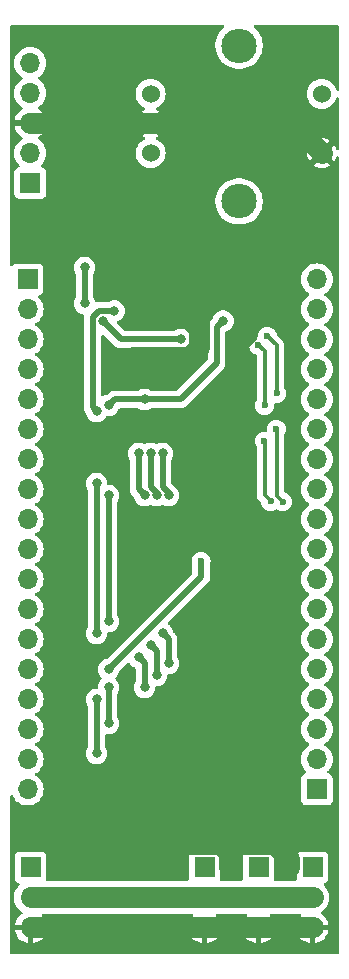
<source format=gtl>
%TF.GenerationSoftware,KiCad,Pcbnew,8.0.2*%
%TF.CreationDate,2024-09-16T20:18:51-04:00*%
%TF.ProjectId,servo_tester,73657276-6f5f-4746-9573-7465722e6b69,rev?*%
%TF.SameCoordinates,Original*%
%TF.FileFunction,Copper,L1,Top*%
%TF.FilePolarity,Positive*%
%FSLAX46Y46*%
G04 Gerber Fmt 4.6, Leading zero omitted, Abs format (unit mm)*
G04 Created by KiCad (PCBNEW 8.0.2) date 2024-09-16 20:18:51*
%MOMM*%
%LPD*%
G01*
G04 APERTURE LIST*
%TA.AperFunction,ComponentPad*%
%ADD10R,1.700000X1.700000*%
%TD*%
%TA.AperFunction,ComponentPad*%
%ADD11O,1.700000X1.700000*%
%TD*%
%TA.AperFunction,ComponentPad*%
%ADD12C,1.524000*%
%TD*%
%TA.AperFunction,ComponentPad*%
%ADD13O,3.000000X2.900000*%
%TD*%
%TA.AperFunction,ViaPad*%
%ADD14C,0.800000*%
%TD*%
%TA.AperFunction,ViaPad*%
%ADD15C,0.600000*%
%TD*%
%TA.AperFunction,Conductor*%
%ADD16C,0.500000*%
%TD*%
%TA.AperFunction,Conductor*%
%ADD17C,1.800000*%
%TD*%
%TA.AperFunction,Conductor*%
%ADD18C,0.300000*%
%TD*%
G04 APERTURE END LIST*
D10*
%TO.P,U4,1,1D/1E/1F/CA1*%
%TO.N,/22*%
X102362000Y-59436000D03*
D11*
%TO.P,U4,2,1L/1K/1J/1I*%
%TO.N,/21*%
X102362000Y-61976000D03*
%TO.P,U4,3,2D/2E/2F/CA2*%
%TO.N,/20*%
X102362000Y-64516000D03*
%TO.P,U4,4,2L/2K/2J/2I*%
%TO.N,/19*%
X102362000Y-67056000D03*
%TO.P,U4,5,3D/3E/3F/CA3*%
%TO.N,/18*%
X102362000Y-69596000D03*
%TO.P,U4,6,3L/3K/3J/3I*%
%TO.N,/17*%
X102362000Y-72136000D03*
%TO.P,U4,7,4D/4E/4F/CA4*%
%TO.N,/16*%
X102362000Y-74676000D03*
%TO.P,U4,8,4L/4K/4J/4I*%
%TO.N,/15*%
X102362000Y-77216000D03*
%TO.P,U4,9,5D/5E/5F/CA5*%
%TO.N,/14*%
X102362000Y-79756000D03*
%TO.P,U4,10,5L/5K/5J/5I*%
%TO.N,/13*%
X102362000Y-82296000D03*
%TO.P,U4,11,6D/6E/6F/CA6*%
%TO.N,/12*%
X102362000Y-84836000D03*
%TO.P,U4,12,6L/6K/6J/6I*%
%TO.N,/11*%
X102362000Y-87376000D03*
%TO.P,U4,13,7D/7E/7F/CA7*%
%TO.N,/10*%
X102362000Y-89916000D03*
%TO.P,U4,14,7L/7K/7J/7I*%
%TO.N,/9*%
X102362000Y-92456000D03*
%TO.P,U4,15,8D/8E/8F/CA8*%
%TO.N,/8*%
X102362000Y-94996000D03*
%TO.P,U4,16,8L/8K/8J/8I*%
%TO.N,/7*%
X102362000Y-97536000D03*
%TO.P,U4,17,COM0*%
%TO.N,/COM0*%
X102362000Y-100076000D03*
%TO.P,U4,18,COM1*%
%TO.N,/COM1*%
X102362000Y-102616000D03*
D10*
%TO.P,U4,19,COM2*%
%TO.N,/COM2*%
X126862000Y-102606000D03*
D11*
%TO.P,U4,20,COM3*%
%TO.N,/COM3*%
X126862000Y-100066000D03*
%TO.P,U4,21,DP8/8C/8B/8A*%
%TO.N,/6*%
X126862000Y-97526000D03*
%TO.P,U4,22,8M/8N/8G/8H*%
%TO.N,/5*%
X126862000Y-94986000D03*
%TO.P,U4,23,DP7/7C/7B/7A*%
%TO.N,/4*%
X126862000Y-92446000D03*
%TO.P,U4,24,7M/7N/7G/7H*%
%TO.N,/3*%
X126862000Y-89906000D03*
%TO.P,U4,25,DP6/6C/6B/6A*%
%TO.N,/2*%
X126862000Y-87366000D03*
%TO.P,U4,26,6M/6N/6G/6H*%
%TO.N,/1*%
X126862000Y-84826000D03*
%TO.P,U4,27,DP5/5C/5B/5A*%
%TO.N,/0*%
X126862000Y-82286000D03*
%TO.P,U4,28,5M/5N/5G/5H*%
%TO.N,/35*%
X126862000Y-79746000D03*
%TO.P,U4,29,DP4/4C/4B/4A*%
%TO.N,/34*%
X126862000Y-77206000D03*
%TO.P,U4,30,4M/4N/4G/4H*%
%TO.N,/33*%
X126862000Y-74666000D03*
%TO.P,U4,31,DP3/3C/3B/3A*%
%TO.N,/32*%
X126862000Y-72126000D03*
%TO.P,U4,32,3M/3N/3G/3H*%
%TO.N,/31*%
X126862000Y-69586000D03*
%TO.P,U4,33,DP1/2C/2B/2A*%
%TO.N,/27*%
X126862000Y-67046000D03*
%TO.P,U4,34,2M/2N/2G/2H*%
%TO.N,/28*%
X126862000Y-64506000D03*
%TO.P,U4,35,DP1/1C/1B/1A*%
%TO.N,/29*%
X126862000Y-61966000D03*
%TO.P,U4,36,1M/1N/1G/1H*%
%TO.N,/30*%
X126862000Y-59426000D03*
%TD*%
D10*
%TO.P,J3,1,Pin_1*%
%TO.N,unconnected-(J3-Pin_1-Pad1)*%
X102616000Y-109220000D03*
D11*
%TO.P,J3,2,Pin_2*%
%TO.N,VIN*%
X102616000Y-111760000D03*
%TO.P,J3,3,Pin_3*%
%TO.N,GND*%
X102616000Y-114300000D03*
%TD*%
D12*
%TO.P,SW1,A,A*%
%TO.N,/A*%
X112776000Y-43728000D03*
%TO.P,SW1,B,B*%
%TO.N,/B*%
X112776000Y-48728000D03*
%TO.P,SW1,C,C*%
%TO.N,GND*%
X112776000Y-46228000D03*
%TO.P,SW1,S1,S1*%
%TO.N,/SW*%
X127276000Y-43728000D03*
%TO.P,SW1,S2,S2*%
%TO.N,GND*%
X127276000Y-48728000D03*
D13*
%TO.P,SW1,SH*%
%TO.N,N/C*%
X120276000Y-39628000D03*
X120276000Y-52828000D03*
%TD*%
D10*
%TO.P,J2,1,Pin_1*%
%TO.N,/PWM2*%
X121920000Y-109220000D03*
D11*
%TO.P,J2,2,Pin_2*%
%TO.N,VIN*%
X121920000Y-111760000D03*
%TO.P,J2,3,Pin_3*%
%TO.N,GND*%
X121920000Y-114300000D03*
%TD*%
D10*
%TO.P,J5,1,Pin_1*%
%TO.N,/PWM3*%
X126492000Y-109220000D03*
D11*
%TO.P,J5,2,Pin_2*%
%TO.N,VIN*%
X126492000Y-111760000D03*
%TO.P,J5,3,Pin_3*%
%TO.N,GND*%
X126492000Y-114300000D03*
%TD*%
D10*
%TO.P,J4,1,Pin_1*%
%TO.N,/UPDI*%
X102591000Y-51278000D03*
D11*
%TO.P,J4,2,Pin_2*%
%TO.N,3V3*%
X102591000Y-48738000D03*
%TO.P,J4,3,Pin_3*%
%TO.N,GND*%
X102591000Y-46198000D03*
%TO.P,J4,4,Pin_4*%
%TO.N,/UART_RX*%
X102591000Y-43658000D03*
%TO.P,J4,5,Pin_5*%
%TO.N,/UART_TX*%
X102591000Y-41118000D03*
%TD*%
D10*
%TO.P,J1,1,Pin_1*%
%TO.N,/PWM1*%
X117348000Y-109220000D03*
D11*
%TO.P,J1,2,Pin_2*%
%TO.N,VIN*%
X117348000Y-111760000D03*
%TO.P,J1,3,Pin_3*%
%TO.N,GND*%
X117348000Y-114300000D03*
%TD*%
D14*
%TO.N,VIN*%
X108204000Y-94996000D03*
X112776000Y-111760000D03*
X108204000Y-76708000D03*
X108204000Y-70612000D03*
X111760000Y-111760000D03*
X108204000Y-99568000D03*
X109707154Y-62100346D03*
X108204000Y-111760000D03*
X108204000Y-89408000D03*
%TO.N,GND*%
X109728000Y-67564000D03*
X108204000Y-113792000D03*
X114808000Y-113792000D03*
X107188000Y-113792000D03*
X119380000Y-109220000D03*
X104822000Y-109220000D03*
X109220000Y-113792000D03*
X110744000Y-109220000D03*
X117348000Y-70612000D03*
X119888000Y-81280000D03*
X110236000Y-113792000D03*
X124460000Y-109220000D03*
%TO.N,3V3*%
X107188000Y-61468000D03*
X109220000Y-93980000D03*
X109220000Y-92456000D03*
X109220000Y-88392000D03*
X112268000Y-69596000D03*
X109220000Y-97028000D03*
X109220000Y-77724000D03*
X109220000Y-70104000D03*
X118925688Y-62938312D03*
D15*
X117049500Y-83312000D03*
D14*
X107188000Y-58420000D03*
%TO.N,/PWM1*%
X112268000Y-77724000D03*
X111760000Y-74168000D03*
X112268000Y-93980000D03*
X111760000Y-91440000D03*
%TO.N,/PWM2*%
X113284000Y-77724000D03*
X113284000Y-92964000D03*
X112776000Y-90424000D03*
X112776000Y-74168000D03*
%TO.N,/UPDI*%
X108712000Y-62992000D03*
X115341500Y-64516000D03*
%TO.N,/PWM3*%
X114300000Y-77724000D03*
X113792000Y-89408000D03*
X114300000Y-91948000D03*
X113792000Y-74168000D03*
D15*
%TO.N,/SDA*%
X122660023Y-64240023D03*
X123418734Y-72110734D03*
X123952000Y-78247266D03*
X123445043Y-69089043D03*
%TO.N,/SCL*%
X122402734Y-73126734D03*
X122429043Y-70105043D03*
X122936000Y-78232000D03*
X121898023Y-65002023D03*
%TD*%
D16*
%TO.N,3V3*%
X115088000Y-86588000D02*
X117049500Y-84626500D01*
X109220000Y-92456000D02*
X115088000Y-86588000D01*
%TO.N,VIN*%
X108401572Y-62100346D02*
X107862000Y-62639918D01*
X108204000Y-76708000D02*
X108204000Y-89408000D01*
D17*
X102616000Y-111760000D02*
X108204000Y-111760000D01*
D16*
X109707154Y-62100346D02*
X108401572Y-62100346D01*
D17*
X117348000Y-111760000D02*
X121920000Y-111760000D01*
X112776000Y-111760000D02*
X117348000Y-111760000D01*
D16*
X108204000Y-99568000D02*
X108204000Y-94996000D01*
D17*
X121920000Y-111760000D02*
X126492000Y-111760000D01*
X108204000Y-111760000D02*
X111760000Y-111760000D01*
D16*
X107862000Y-62639918D02*
X107862000Y-70270000D01*
D17*
X111760000Y-111760000D02*
X112776000Y-111760000D01*
D16*
X107862000Y-70270000D02*
X108204000Y-70612000D01*
D17*
%TO.N,GND*%
X119888000Y-68072000D02*
X119888000Y-90005321D01*
X116841500Y-65196500D02*
X116841500Y-49531500D01*
X111760000Y-98133321D02*
X111760000Y-108204000D01*
X112776000Y-46228000D02*
X124776000Y-46228000D01*
X119380000Y-107996364D02*
X118653636Y-107270000D01*
X124460000Y-108504364D02*
X123225636Y-107270000D01*
X109728000Y-67564000D02*
X111276000Y-66016000D01*
X124776000Y-46228000D02*
X127276000Y-48728000D01*
X121920000Y-114300000D02*
X126492000Y-114300000D01*
X111760000Y-108204000D02*
X110744000Y-109220000D01*
X119888000Y-65032147D02*
X119888000Y-68072000D01*
X119888000Y-90005321D02*
X111760000Y-98133321D01*
X124460000Y-109220000D02*
X124460000Y-108504364D01*
X102591000Y-46198000D02*
X112746000Y-46198000D01*
X102616000Y-114300000D02*
X117348000Y-114300000D01*
X116022000Y-66016000D02*
X116841500Y-65196500D01*
X104822000Y-109220000D02*
X110744000Y-109220000D01*
X112776000Y-46228000D02*
X113538000Y-46228000D01*
X117348000Y-114300000D02*
X121920000Y-114300000D01*
X112746000Y-46198000D02*
X112776000Y-46228000D01*
X116841500Y-58332179D02*
X120904000Y-62394679D01*
X116841500Y-49531500D02*
X116841500Y-58332179D01*
X111276000Y-66016000D02*
X116022000Y-66016000D01*
X120904000Y-64016147D02*
X119888000Y-65032147D01*
X112694000Y-107270000D02*
X110744000Y-109220000D01*
X118653636Y-107270000D02*
X112694000Y-107270000D01*
X123225636Y-107270000D02*
X118653636Y-107270000D01*
X119380000Y-109220000D02*
X119380000Y-107996364D01*
X113538000Y-46228000D02*
X116841500Y-49531500D01*
X120904000Y-62394679D02*
X120904000Y-64016147D01*
X119888000Y-68072000D02*
X117348000Y-70612000D01*
D16*
%TO.N,3V3*%
X118364000Y-66548000D02*
X115316000Y-69596000D01*
X115316000Y-69596000D02*
X112268000Y-69596000D01*
X109220000Y-88392000D02*
X109220000Y-77724000D01*
X118925688Y-62938312D02*
X118364000Y-63500000D01*
X109220000Y-93980000D02*
X109220000Y-97028000D01*
X112268000Y-69596000D02*
X109728000Y-69596000D01*
X118364000Y-63500000D02*
X118364000Y-66548000D01*
X109728000Y-69596000D02*
X109220000Y-70104000D01*
X107188000Y-61468000D02*
X107188000Y-58420000D01*
X117049500Y-84626500D02*
X117049500Y-83312000D01*
%TO.N,/PWM1*%
X112268000Y-91948000D02*
X111760000Y-91440000D01*
X112268000Y-77724000D02*
X111760000Y-77216000D01*
X111760000Y-77216000D02*
X111760000Y-74168000D01*
X112268000Y-93980000D02*
X112268000Y-91948000D01*
%TO.N,/PWM2*%
X113284000Y-92964000D02*
X113284000Y-90932000D01*
X113284000Y-77537918D02*
X113284000Y-77724000D01*
X112776000Y-77029918D02*
X113284000Y-77537918D01*
X113284000Y-90932000D02*
X112776000Y-90424000D01*
X112776000Y-74168000D02*
X112776000Y-77029918D01*
%TO.N,/UPDI*%
X110236000Y-64516000D02*
X115341500Y-64516000D01*
X108712000Y-62992000D02*
X110236000Y-64516000D01*
%TO.N,/PWM3*%
X113792000Y-74168000D02*
X113792000Y-77029918D01*
X113792000Y-77029918D02*
X114300000Y-77537918D01*
X114300000Y-91948000D02*
X114300000Y-89916000D01*
X114300000Y-89916000D02*
X113792000Y-89408000D01*
X114300000Y-77537918D02*
X114300000Y-77724000D01*
D18*
%TO.N,/SDA*%
X123952000Y-78247266D02*
X123444000Y-77739266D01*
X123444000Y-72136000D02*
X123418734Y-72110734D01*
X122660023Y-64240023D02*
X123445043Y-65025043D01*
X123445043Y-65025043D02*
X123445043Y-69089043D01*
X123444000Y-77739266D02*
X123444000Y-72136000D01*
%TO.N,/SCL*%
X122428000Y-77724000D02*
X122428000Y-73152000D01*
X122429043Y-65533043D02*
X122429043Y-70105043D01*
X122936000Y-78232000D02*
X122428000Y-77724000D01*
X122428000Y-73152000D02*
X122402734Y-73126734D01*
X121898023Y-65002023D02*
X122429043Y-65533043D01*
%TD*%
%TA.AperFunction,Conductor*%
%TO.N,GND*%
G36*
X118985448Y-37912185D02*
G01*
X119031203Y-37964989D01*
X119041147Y-38034147D01*
X119012122Y-38097703D01*
X118993895Y-38114876D01*
X118937188Y-38158388D01*
X118937181Y-38158394D01*
X118756394Y-38339181D01*
X118756388Y-38339188D01*
X118600745Y-38542026D01*
X118600734Y-38542042D01*
X118472899Y-38763457D01*
X118472894Y-38763468D01*
X118375053Y-38999677D01*
X118375050Y-38999687D01*
X118308874Y-39246661D01*
X118275500Y-39500149D01*
X118275500Y-39755850D01*
X118287119Y-39844097D01*
X118308874Y-40009340D01*
X118327674Y-40079501D01*
X118375050Y-40256312D01*
X118375053Y-40256322D01*
X118472894Y-40492531D01*
X118472899Y-40492542D01*
X118600734Y-40713957D01*
X118600745Y-40713973D01*
X118756388Y-40916811D01*
X118756394Y-40916818D01*
X118937181Y-41097605D01*
X118937188Y-41097611D01*
X119081638Y-41208452D01*
X119140035Y-41253261D01*
X119140042Y-41253265D01*
X119361457Y-41381100D01*
X119361462Y-41381102D01*
X119361465Y-41381104D01*
X119597687Y-41478950D01*
X119844660Y-41545126D01*
X120098157Y-41578500D01*
X120098164Y-41578500D01*
X120453836Y-41578500D01*
X120453843Y-41578500D01*
X120707340Y-41545126D01*
X120954313Y-41478950D01*
X121190535Y-41381104D01*
X121411965Y-41253261D01*
X121614813Y-41097610D01*
X121795610Y-40916813D01*
X121951261Y-40713965D01*
X122079104Y-40492535D01*
X122176950Y-40256313D01*
X122243126Y-40009340D01*
X122276500Y-39755843D01*
X122276500Y-39500157D01*
X122243126Y-39246660D01*
X122176950Y-38999687D01*
X122079104Y-38763465D01*
X122079102Y-38763462D01*
X122079100Y-38763457D01*
X121951265Y-38542042D01*
X121951261Y-38542035D01*
X121795610Y-38339187D01*
X121795605Y-38339181D01*
X121614818Y-38158394D01*
X121614811Y-38158388D01*
X121558105Y-38114876D01*
X121516902Y-38058448D01*
X121512747Y-37988702D01*
X121546959Y-37927782D01*
X121608676Y-37895029D01*
X121633591Y-37892500D01*
X128607500Y-37892500D01*
X128674539Y-37912185D01*
X128720294Y-37964989D01*
X128731500Y-38016500D01*
X128731500Y-43340197D01*
X128711815Y-43407236D01*
X128659011Y-43452991D01*
X128589853Y-43462935D01*
X128526297Y-43433910D01*
X128488523Y-43375132D01*
X128487725Y-43372291D01*
X128466895Y-43294555D01*
X128466895Y-43294554D01*
X128466894Y-43294550D01*
X128373534Y-43094339D01*
X128246826Y-42913380D01*
X128090620Y-42757174D01*
X128090616Y-42757171D01*
X128090615Y-42757170D01*
X127909666Y-42630468D01*
X127909662Y-42630466D01*
X127886147Y-42619501D01*
X127709450Y-42537106D01*
X127709447Y-42537105D01*
X127709445Y-42537104D01*
X127496070Y-42479930D01*
X127496062Y-42479929D01*
X127276002Y-42460677D01*
X127275998Y-42460677D01*
X127055937Y-42479929D01*
X127055929Y-42479930D01*
X126842554Y-42537104D01*
X126842548Y-42537107D01*
X126642340Y-42630465D01*
X126642338Y-42630466D01*
X126461377Y-42757175D01*
X126305175Y-42913377D01*
X126178466Y-43094338D01*
X126178465Y-43094340D01*
X126085107Y-43294548D01*
X126085104Y-43294554D01*
X126027930Y-43507929D01*
X126027929Y-43507937D01*
X126008677Y-43727997D01*
X126008677Y-43728002D01*
X126027929Y-43948062D01*
X126027930Y-43948070D01*
X126085104Y-44161445D01*
X126085105Y-44161447D01*
X126085106Y-44161450D01*
X126166420Y-44335830D01*
X126178466Y-44361662D01*
X126178468Y-44361666D01*
X126305170Y-44542615D01*
X126305175Y-44542621D01*
X126461378Y-44698824D01*
X126461384Y-44698829D01*
X126642333Y-44825531D01*
X126642335Y-44825532D01*
X126642338Y-44825534D01*
X126842550Y-44918894D01*
X127055932Y-44976070D01*
X127213123Y-44989822D01*
X127275998Y-44995323D01*
X127276000Y-44995323D01*
X127276002Y-44995323D01*
X127331017Y-44990509D01*
X127496068Y-44976070D01*
X127709450Y-44918894D01*
X127909662Y-44825534D01*
X128090620Y-44698826D01*
X128246826Y-44542620D01*
X128373534Y-44361662D01*
X128466894Y-44161450D01*
X128487725Y-44083707D01*
X128524090Y-44024048D01*
X128586937Y-43993519D01*
X128656313Y-44001814D01*
X128710191Y-44046299D01*
X128731465Y-44112851D01*
X128731500Y-44115802D01*
X128731500Y-48342131D01*
X128711815Y-48409170D01*
X128659011Y-48454925D01*
X128589853Y-48464869D01*
X128526297Y-48435844D01*
X128488523Y-48377066D01*
X128487725Y-48374225D01*
X128466423Y-48294727D01*
X128466420Y-48294720D01*
X128373096Y-48094586D01*
X128327741Y-48029811D01*
X128327740Y-48029810D01*
X127758962Y-48598589D01*
X127741925Y-48535007D01*
X127676099Y-48420993D01*
X127583007Y-48327901D01*
X127468993Y-48262075D01*
X127405410Y-48245037D01*
X127974188Y-47676259D01*
X127974187Y-47676258D01*
X127909411Y-47630901D01*
X127909405Y-47630898D01*
X127709284Y-47537580D01*
X127709270Y-47537575D01*
X127495986Y-47480426D01*
X127495976Y-47480424D01*
X127276001Y-47461179D01*
X127275999Y-47461179D01*
X127056023Y-47480424D01*
X127056013Y-47480426D01*
X126842729Y-47537575D01*
X126842720Y-47537579D01*
X126642590Y-47630901D01*
X126577811Y-47676258D01*
X127146590Y-48245037D01*
X127083007Y-48262075D01*
X126968993Y-48327901D01*
X126875901Y-48420993D01*
X126810075Y-48535007D01*
X126793037Y-48598590D01*
X126224258Y-48029811D01*
X126178901Y-48094590D01*
X126085579Y-48294720D01*
X126085575Y-48294729D01*
X126028426Y-48508013D01*
X126028424Y-48508023D01*
X126009179Y-48727999D01*
X126009179Y-48728000D01*
X126028424Y-48947976D01*
X126028426Y-48947986D01*
X126085575Y-49161270D01*
X126085580Y-49161284D01*
X126178898Y-49361405D01*
X126178901Y-49361411D01*
X126224258Y-49426187D01*
X126224259Y-49426188D01*
X126793037Y-48857409D01*
X126810075Y-48920993D01*
X126875901Y-49035007D01*
X126968993Y-49128099D01*
X127083007Y-49193925D01*
X127146590Y-49210962D01*
X126577810Y-49779740D01*
X126642590Y-49825099D01*
X126642592Y-49825100D01*
X126842715Y-49918419D01*
X126842729Y-49918424D01*
X127056013Y-49975573D01*
X127056023Y-49975575D01*
X127275999Y-49994821D01*
X127276001Y-49994821D01*
X127495976Y-49975575D01*
X127495986Y-49975573D01*
X127709270Y-49918424D01*
X127709284Y-49918419D01*
X127909407Y-49825100D01*
X127909417Y-49825094D01*
X127974188Y-49779741D01*
X127405410Y-49210962D01*
X127468993Y-49193925D01*
X127583007Y-49128099D01*
X127676099Y-49035007D01*
X127741925Y-48920993D01*
X127758962Y-48857409D01*
X128327741Y-49426188D01*
X128373094Y-49361417D01*
X128373100Y-49361407D01*
X128466419Y-49161284D01*
X128466424Y-49161270D01*
X128487725Y-49081775D01*
X128524090Y-49022114D01*
X128586937Y-48991585D01*
X128656312Y-48999880D01*
X128710190Y-49044365D01*
X128731465Y-49110917D01*
X128731500Y-49113868D01*
X128731500Y-116415500D01*
X128711815Y-116482539D01*
X128659011Y-116528294D01*
X128607500Y-116539500D01*
X101008500Y-116539500D01*
X100941461Y-116519815D01*
X100895706Y-116467011D01*
X100884500Y-116415500D01*
X100884500Y-111649778D01*
X101215500Y-111649778D01*
X101215500Y-111870221D01*
X101249985Y-112087952D01*
X101318103Y-112297603D01*
X101318104Y-112297606D01*
X101418187Y-112494025D01*
X101547752Y-112672358D01*
X101547756Y-112672363D01*
X101703636Y-112828243D01*
X101703641Y-112828247D01*
X101885919Y-112960679D01*
X101884767Y-112962264D01*
X101926083Y-113007922D01*
X101937512Y-113076851D01*
X101909861Y-113141016D01*
X101885547Y-113163423D01*
X101744922Y-113261890D01*
X101744920Y-113261891D01*
X101577891Y-113428920D01*
X101577886Y-113428926D01*
X101442400Y-113622420D01*
X101442399Y-113622422D01*
X101342570Y-113836507D01*
X101342567Y-113836513D01*
X101285364Y-114049999D01*
X101285364Y-114050000D01*
X102182988Y-114050000D01*
X102150075Y-114107007D01*
X102116000Y-114234174D01*
X102116000Y-114365826D01*
X102150075Y-114492993D01*
X102182988Y-114550000D01*
X101285364Y-114550000D01*
X101342567Y-114763486D01*
X101342570Y-114763492D01*
X101442399Y-114977578D01*
X101577894Y-115171082D01*
X101744917Y-115338105D01*
X101938421Y-115473600D01*
X102152507Y-115573429D01*
X102152516Y-115573433D01*
X102366000Y-115630634D01*
X102366000Y-114733012D01*
X102423007Y-114765925D01*
X102550174Y-114800000D01*
X102681826Y-114800000D01*
X102808993Y-114765925D01*
X102866000Y-114733012D01*
X102866000Y-115630633D01*
X103079483Y-115573433D01*
X103079492Y-115573429D01*
X103293578Y-115473600D01*
X103487082Y-115338105D01*
X103654105Y-115171082D01*
X103789600Y-114977578D01*
X103889429Y-114763492D01*
X103889432Y-114763486D01*
X103946636Y-114550000D01*
X103049012Y-114550000D01*
X103081925Y-114492993D01*
X103116000Y-114365826D01*
X103116000Y-114234174D01*
X103081925Y-114107007D01*
X103049012Y-114050000D01*
X103946636Y-114050000D01*
X103946635Y-114049999D01*
X103889432Y-113836513D01*
X103889429Y-113836507D01*
X103789600Y-113622422D01*
X103789599Y-113622420D01*
X103654113Y-113428926D01*
X103654108Y-113428920D01*
X103597369Y-113372181D01*
X103563884Y-113310858D01*
X103568868Y-113241166D01*
X103610740Y-113185233D01*
X103676204Y-113160816D01*
X103685050Y-113160500D01*
X116278950Y-113160500D01*
X116345989Y-113180185D01*
X116391744Y-113232989D01*
X116401688Y-113302147D01*
X116372663Y-113365703D01*
X116366631Y-113372181D01*
X116309891Y-113428920D01*
X116309886Y-113428926D01*
X116174400Y-113622420D01*
X116174399Y-113622422D01*
X116074570Y-113836507D01*
X116074567Y-113836513D01*
X116017364Y-114049999D01*
X116017364Y-114050000D01*
X116914988Y-114050000D01*
X116882075Y-114107007D01*
X116848000Y-114234174D01*
X116848000Y-114365826D01*
X116882075Y-114492993D01*
X116914988Y-114550000D01*
X116017364Y-114550000D01*
X116074567Y-114763486D01*
X116074570Y-114763492D01*
X116174399Y-114977578D01*
X116309894Y-115171082D01*
X116476917Y-115338105D01*
X116670421Y-115473600D01*
X116884507Y-115573429D01*
X116884516Y-115573433D01*
X117098000Y-115630634D01*
X117098000Y-114733012D01*
X117155007Y-114765925D01*
X117282174Y-114800000D01*
X117413826Y-114800000D01*
X117540993Y-114765925D01*
X117598000Y-114733012D01*
X117598000Y-115630633D01*
X117811483Y-115573433D01*
X117811492Y-115573429D01*
X118025578Y-115473600D01*
X118219082Y-115338105D01*
X118386105Y-115171082D01*
X118521600Y-114977578D01*
X118621429Y-114763492D01*
X118621432Y-114763486D01*
X118678636Y-114550000D01*
X117781012Y-114550000D01*
X117813925Y-114492993D01*
X117848000Y-114365826D01*
X117848000Y-114234174D01*
X117813925Y-114107007D01*
X117781012Y-114050000D01*
X118678636Y-114050000D01*
X118678635Y-114049999D01*
X118621432Y-113836513D01*
X118621429Y-113836507D01*
X118521600Y-113622422D01*
X118521599Y-113622420D01*
X118386113Y-113428926D01*
X118386108Y-113428920D01*
X118329369Y-113372181D01*
X118295884Y-113310858D01*
X118300868Y-113241166D01*
X118342740Y-113185233D01*
X118408204Y-113160816D01*
X118417050Y-113160500D01*
X120850950Y-113160500D01*
X120917989Y-113180185D01*
X120963744Y-113232989D01*
X120973688Y-113302147D01*
X120944663Y-113365703D01*
X120938631Y-113372181D01*
X120881891Y-113428920D01*
X120881886Y-113428926D01*
X120746400Y-113622420D01*
X120746399Y-113622422D01*
X120646570Y-113836507D01*
X120646567Y-113836513D01*
X120589364Y-114049999D01*
X120589364Y-114050000D01*
X121486988Y-114050000D01*
X121454075Y-114107007D01*
X121420000Y-114234174D01*
X121420000Y-114365826D01*
X121454075Y-114492993D01*
X121486988Y-114550000D01*
X120589364Y-114550000D01*
X120646567Y-114763486D01*
X120646570Y-114763492D01*
X120746399Y-114977578D01*
X120881894Y-115171082D01*
X121048917Y-115338105D01*
X121242421Y-115473600D01*
X121456507Y-115573429D01*
X121456516Y-115573433D01*
X121670000Y-115630634D01*
X121670000Y-114733012D01*
X121727007Y-114765925D01*
X121854174Y-114800000D01*
X121985826Y-114800000D01*
X122112993Y-114765925D01*
X122170000Y-114733012D01*
X122170000Y-115630633D01*
X122383483Y-115573433D01*
X122383492Y-115573429D01*
X122597578Y-115473600D01*
X122791082Y-115338105D01*
X122958105Y-115171082D01*
X123093600Y-114977578D01*
X123193429Y-114763492D01*
X123193432Y-114763486D01*
X123250636Y-114550000D01*
X122353012Y-114550000D01*
X122385925Y-114492993D01*
X122420000Y-114365826D01*
X122420000Y-114234174D01*
X122385925Y-114107007D01*
X122353012Y-114050000D01*
X123250636Y-114050000D01*
X123250635Y-114049999D01*
X123193432Y-113836513D01*
X123193429Y-113836507D01*
X123093600Y-113622422D01*
X123093599Y-113622420D01*
X122958113Y-113428926D01*
X122958108Y-113428920D01*
X122901369Y-113372181D01*
X122867884Y-113310858D01*
X122872868Y-113241166D01*
X122914740Y-113185233D01*
X122980204Y-113160816D01*
X122989050Y-113160500D01*
X125422950Y-113160500D01*
X125489989Y-113180185D01*
X125535744Y-113232989D01*
X125545688Y-113302147D01*
X125516663Y-113365703D01*
X125510631Y-113372181D01*
X125453891Y-113428920D01*
X125453886Y-113428926D01*
X125318400Y-113622420D01*
X125318399Y-113622422D01*
X125218570Y-113836507D01*
X125218567Y-113836513D01*
X125161364Y-114049999D01*
X125161364Y-114050000D01*
X126058988Y-114050000D01*
X126026075Y-114107007D01*
X125992000Y-114234174D01*
X125992000Y-114365826D01*
X126026075Y-114492993D01*
X126058988Y-114550000D01*
X125161364Y-114550000D01*
X125218567Y-114763486D01*
X125218570Y-114763492D01*
X125318399Y-114977578D01*
X125453894Y-115171082D01*
X125620917Y-115338105D01*
X125814421Y-115473600D01*
X126028507Y-115573429D01*
X126028516Y-115573433D01*
X126242000Y-115630634D01*
X126242000Y-114733012D01*
X126299007Y-114765925D01*
X126426174Y-114800000D01*
X126557826Y-114800000D01*
X126684993Y-114765925D01*
X126742000Y-114733012D01*
X126742000Y-115630633D01*
X126955483Y-115573433D01*
X126955492Y-115573429D01*
X127169578Y-115473600D01*
X127363082Y-115338105D01*
X127530105Y-115171082D01*
X127665600Y-114977578D01*
X127765429Y-114763492D01*
X127765432Y-114763486D01*
X127822636Y-114550000D01*
X126925012Y-114550000D01*
X126957925Y-114492993D01*
X126992000Y-114365826D01*
X126992000Y-114234174D01*
X126957925Y-114107007D01*
X126925012Y-114050000D01*
X127822636Y-114050000D01*
X127822635Y-114049999D01*
X127765432Y-113836513D01*
X127765429Y-113836507D01*
X127665600Y-113622422D01*
X127665599Y-113622420D01*
X127530113Y-113428926D01*
X127530108Y-113428920D01*
X127363082Y-113261894D01*
X127222452Y-113163423D01*
X127178827Y-113108845D01*
X127171635Y-113039347D01*
X127203157Y-112976992D01*
X127222495Y-112961250D01*
X127222081Y-112960679D01*
X127404358Y-112828247D01*
X127404356Y-112828247D01*
X127404365Y-112828242D01*
X127560242Y-112672365D01*
X127689815Y-112494022D01*
X127789895Y-112297606D01*
X127858015Y-112087951D01*
X127892500Y-111870222D01*
X127892500Y-111649778D01*
X127858015Y-111432049D01*
X127789895Y-111222394D01*
X127789895Y-111222393D01*
X127755237Y-111154375D01*
X127689815Y-111025978D01*
X127673260Y-111003192D01*
X127560247Y-110847641D01*
X127560243Y-110847636D01*
X127460071Y-110747464D01*
X127426586Y-110686141D01*
X127431570Y-110616449D01*
X127473442Y-110560516D01*
X127504420Y-110543601D01*
X127584326Y-110513798D01*
X127584326Y-110513797D01*
X127584331Y-110513796D01*
X127699546Y-110427546D01*
X127785796Y-110312331D01*
X127836091Y-110177483D01*
X127842500Y-110117873D01*
X127842499Y-108322128D01*
X127836091Y-108262517D01*
X127785796Y-108127669D01*
X127785795Y-108127668D01*
X127785793Y-108127664D01*
X127699547Y-108012455D01*
X127699544Y-108012452D01*
X127584335Y-107926206D01*
X127584328Y-107926202D01*
X127449482Y-107875908D01*
X127449483Y-107875908D01*
X127389883Y-107869501D01*
X127389881Y-107869500D01*
X127389873Y-107869500D01*
X127389864Y-107869500D01*
X125594129Y-107869500D01*
X125594123Y-107869501D01*
X125534516Y-107875908D01*
X125399671Y-107926202D01*
X125399664Y-107926206D01*
X125284455Y-108012452D01*
X125284452Y-108012455D01*
X125198206Y-108127664D01*
X125198202Y-108127671D01*
X125147908Y-108262517D01*
X125141501Y-108322116D01*
X125141501Y-108322123D01*
X125141500Y-108322135D01*
X125141500Y-110117870D01*
X125141501Y-110117876D01*
X125147908Y-110177483D01*
X125153385Y-110192165D01*
X125158371Y-110261857D01*
X125124886Y-110323180D01*
X125063564Y-110356666D01*
X125037204Y-110359500D01*
X123374796Y-110359500D01*
X123307757Y-110339815D01*
X123262002Y-110287011D01*
X123252058Y-110217853D01*
X123258615Y-110192165D01*
X123264091Y-110177483D01*
X123264091Y-110177482D01*
X123270500Y-110117873D01*
X123270499Y-108322128D01*
X123264091Y-108262517D01*
X123213796Y-108127669D01*
X123213795Y-108127668D01*
X123213793Y-108127664D01*
X123127547Y-108012455D01*
X123127544Y-108012452D01*
X123012335Y-107926206D01*
X123012328Y-107926202D01*
X122877482Y-107875908D01*
X122877483Y-107875908D01*
X122817883Y-107869501D01*
X122817881Y-107869500D01*
X122817873Y-107869500D01*
X122817864Y-107869500D01*
X121022129Y-107869500D01*
X121022123Y-107869501D01*
X120962516Y-107875908D01*
X120827671Y-107926202D01*
X120827664Y-107926206D01*
X120712455Y-108012452D01*
X120712452Y-108012455D01*
X120626206Y-108127664D01*
X120626202Y-108127671D01*
X120575908Y-108262517D01*
X120569501Y-108322116D01*
X120569501Y-108322123D01*
X120569500Y-108322135D01*
X120569500Y-110117870D01*
X120569501Y-110117876D01*
X120575908Y-110177483D01*
X120581385Y-110192165D01*
X120586371Y-110261857D01*
X120552886Y-110323180D01*
X120491564Y-110356666D01*
X120465204Y-110359500D01*
X118802796Y-110359500D01*
X118735757Y-110339815D01*
X118690002Y-110287011D01*
X118680058Y-110217853D01*
X118686615Y-110192165D01*
X118692091Y-110177483D01*
X118692091Y-110177482D01*
X118698500Y-110117873D01*
X118698499Y-108322128D01*
X118692091Y-108262517D01*
X118641796Y-108127669D01*
X118641795Y-108127668D01*
X118641793Y-108127664D01*
X118555547Y-108012455D01*
X118555544Y-108012452D01*
X118440335Y-107926206D01*
X118440328Y-107926202D01*
X118305482Y-107875908D01*
X118305483Y-107875908D01*
X118245883Y-107869501D01*
X118245881Y-107869500D01*
X118245873Y-107869500D01*
X118245864Y-107869500D01*
X116450129Y-107869500D01*
X116450123Y-107869501D01*
X116390516Y-107875908D01*
X116255671Y-107926202D01*
X116255664Y-107926206D01*
X116140455Y-108012452D01*
X116140452Y-108012455D01*
X116054206Y-108127664D01*
X116054202Y-108127671D01*
X116003908Y-108262517D01*
X115997501Y-108322116D01*
X115997501Y-108322123D01*
X115997500Y-108322135D01*
X115997500Y-110117870D01*
X115997501Y-110117876D01*
X116003908Y-110177483D01*
X116009385Y-110192165D01*
X116014371Y-110261857D01*
X115980886Y-110323180D01*
X115919564Y-110356666D01*
X115893204Y-110359500D01*
X104070796Y-110359500D01*
X104003757Y-110339815D01*
X103958002Y-110287011D01*
X103948058Y-110217853D01*
X103954615Y-110192165D01*
X103960091Y-110177483D01*
X103960091Y-110177482D01*
X103966500Y-110117873D01*
X103966499Y-108322128D01*
X103960091Y-108262517D01*
X103909796Y-108127669D01*
X103909795Y-108127668D01*
X103909793Y-108127664D01*
X103823547Y-108012455D01*
X103823544Y-108012452D01*
X103708335Y-107926206D01*
X103708328Y-107926202D01*
X103573482Y-107875908D01*
X103573483Y-107875908D01*
X103513883Y-107869501D01*
X103513881Y-107869500D01*
X103513873Y-107869500D01*
X103513864Y-107869500D01*
X101718129Y-107869500D01*
X101718123Y-107869501D01*
X101658516Y-107875908D01*
X101523671Y-107926202D01*
X101523664Y-107926206D01*
X101408455Y-108012452D01*
X101408452Y-108012455D01*
X101322206Y-108127664D01*
X101322202Y-108127671D01*
X101271908Y-108262517D01*
X101265501Y-108322116D01*
X101265501Y-108322123D01*
X101265500Y-108322135D01*
X101265500Y-110117870D01*
X101265501Y-110117876D01*
X101271908Y-110177483D01*
X101322202Y-110312328D01*
X101322206Y-110312335D01*
X101408452Y-110427544D01*
X101408455Y-110427547D01*
X101523664Y-110513793D01*
X101523671Y-110513797D01*
X101603580Y-110543601D01*
X101659514Y-110585472D01*
X101683931Y-110650936D01*
X101669080Y-110719209D01*
X101647929Y-110747464D01*
X101547751Y-110847642D01*
X101418187Y-111025974D01*
X101318104Y-111222393D01*
X101318103Y-111222396D01*
X101249985Y-111432047D01*
X101215500Y-111649778D01*
X100884500Y-111649778D01*
X100884500Y-103202374D01*
X100904185Y-103135335D01*
X100956989Y-103089580D01*
X101026147Y-103079636D01*
X101089703Y-103108661D01*
X101120880Y-103149966D01*
X101187965Y-103293830D01*
X101187967Y-103293834D01*
X101296281Y-103448521D01*
X101323505Y-103487401D01*
X101490599Y-103654495D01*
X101553199Y-103698328D01*
X101684165Y-103790032D01*
X101684167Y-103790033D01*
X101684170Y-103790035D01*
X101898337Y-103889903D01*
X101898343Y-103889904D01*
X101898344Y-103889905D01*
X101935262Y-103899797D01*
X102126592Y-103951063D01*
X102314918Y-103967539D01*
X102361999Y-103971659D01*
X102362000Y-103971659D01*
X102362001Y-103971659D01*
X102401234Y-103968226D01*
X102597408Y-103951063D01*
X102825663Y-103889903D01*
X103039830Y-103790035D01*
X103233401Y-103654495D01*
X103400495Y-103487401D01*
X103536035Y-103293830D01*
X103635903Y-103079663D01*
X103697063Y-102851408D01*
X103717659Y-102616000D01*
X103697063Y-102380592D01*
X103635903Y-102152337D01*
X103536035Y-101938171D01*
X103400495Y-101744599D01*
X103400494Y-101744597D01*
X103233402Y-101577506D01*
X103233396Y-101577501D01*
X103047842Y-101447575D01*
X103004217Y-101392998D01*
X102997023Y-101323500D01*
X103028546Y-101261145D01*
X103047842Y-101244425D01*
X103125082Y-101190341D01*
X103233401Y-101114495D01*
X103400495Y-100947401D01*
X103536035Y-100753830D01*
X103635903Y-100539663D01*
X103697063Y-100311408D01*
X103717659Y-100076000D01*
X103697063Y-99840592D01*
X103635903Y-99612337D01*
X103536035Y-99398171D01*
X103523133Y-99379744D01*
X103400494Y-99204597D01*
X103233402Y-99037506D01*
X103233396Y-99037501D01*
X103047842Y-98907575D01*
X103004217Y-98852998D01*
X102997023Y-98783500D01*
X103028546Y-98721145D01*
X103047842Y-98704425D01*
X103070026Y-98688891D01*
X103233401Y-98574495D01*
X103400495Y-98407401D01*
X103536035Y-98213830D01*
X103635903Y-97999663D01*
X103697063Y-97771408D01*
X103717659Y-97536000D01*
X103697063Y-97300592D01*
X103635903Y-97072337D01*
X103536035Y-96858171D01*
X103523133Y-96839744D01*
X103400494Y-96664597D01*
X103233402Y-96497506D01*
X103233396Y-96497501D01*
X103047842Y-96367575D01*
X103004217Y-96312998D01*
X102997023Y-96243500D01*
X103028546Y-96181145D01*
X103047842Y-96164425D01*
X103070026Y-96148891D01*
X103233401Y-96034495D01*
X103400495Y-95867401D01*
X103536035Y-95673830D01*
X103635903Y-95459663D01*
X103697063Y-95231408D01*
X103717659Y-94996000D01*
X107298540Y-94996000D01*
X107318326Y-95184256D01*
X107318327Y-95184259D01*
X107376818Y-95364277D01*
X107376821Y-95364284D01*
X107431883Y-95459655D01*
X107436887Y-95468321D01*
X107453500Y-95530321D01*
X107453500Y-99033677D01*
X107436887Y-99095677D01*
X107376821Y-99199714D01*
X107375234Y-99204599D01*
X107318326Y-99379744D01*
X107298540Y-99568000D01*
X107318326Y-99756256D01*
X107318327Y-99756259D01*
X107376818Y-99936277D01*
X107376821Y-99936284D01*
X107471467Y-100100216D01*
X107598129Y-100240888D01*
X107751265Y-100352148D01*
X107751270Y-100352151D01*
X107924192Y-100429142D01*
X107924197Y-100429144D01*
X108109354Y-100468500D01*
X108109355Y-100468500D01*
X108298644Y-100468500D01*
X108298646Y-100468500D01*
X108483803Y-100429144D01*
X108656730Y-100352151D01*
X108809871Y-100240888D01*
X108936533Y-100100216D01*
X109031179Y-99936284D01*
X109089674Y-99756256D01*
X109109460Y-99568000D01*
X109089674Y-99379744D01*
X109031179Y-99199716D01*
X108971113Y-99095677D01*
X108954500Y-99033677D01*
X108954500Y-98045310D01*
X108974185Y-97978271D01*
X109026989Y-97932516D01*
X109096147Y-97922572D01*
X109104247Y-97924013D01*
X109125354Y-97928500D01*
X109125358Y-97928500D01*
X109314644Y-97928500D01*
X109314646Y-97928500D01*
X109499803Y-97889144D01*
X109672730Y-97812151D01*
X109825871Y-97700888D01*
X109952533Y-97560216D01*
X110047179Y-97396284D01*
X110105674Y-97216256D01*
X110125460Y-97028000D01*
X110105674Y-96839744D01*
X110047179Y-96659716D01*
X109987113Y-96555677D01*
X109970500Y-96493677D01*
X109970500Y-94514321D01*
X109987113Y-94452321D01*
X110047179Y-94348284D01*
X110105674Y-94168256D01*
X110125460Y-93980000D01*
X110105674Y-93791744D01*
X110047179Y-93611716D01*
X109952533Y-93447784D01*
X109825871Y-93307112D01*
X109825870Y-93307111D01*
X109821522Y-93302282D01*
X109823372Y-93300616D01*
X109792597Y-93250667D01*
X109793925Y-93180810D01*
X109823211Y-93135239D01*
X109821522Y-93133718D01*
X109825871Y-93128888D01*
X109952533Y-92988216D01*
X110047179Y-92824284D01*
X110102522Y-92653955D01*
X110132769Y-92604597D01*
X110817186Y-91920180D01*
X110878507Y-91886697D01*
X110948199Y-91891681D01*
X111004132Y-91933553D01*
X111012252Y-91945864D01*
X111027463Y-91972211D01*
X111027465Y-91972214D01*
X111154129Y-92112888D01*
X111307265Y-92224148D01*
X111307266Y-92224148D01*
X111307270Y-92224151D01*
X111443936Y-92284999D01*
X111497173Y-92330249D01*
X111517494Y-92397098D01*
X111517500Y-92398278D01*
X111517500Y-93445677D01*
X111500887Y-93507677D01*
X111440821Y-93611714D01*
X111399626Y-93738500D01*
X111382326Y-93791744D01*
X111362540Y-93980000D01*
X111382326Y-94168256D01*
X111382327Y-94168259D01*
X111440818Y-94348277D01*
X111440821Y-94348284D01*
X111535467Y-94512216D01*
X111662129Y-94652888D01*
X111815265Y-94764148D01*
X111815270Y-94764151D01*
X111988192Y-94841142D01*
X111988197Y-94841144D01*
X112173354Y-94880500D01*
X112173355Y-94880500D01*
X112362644Y-94880500D01*
X112362646Y-94880500D01*
X112547803Y-94841144D01*
X112720730Y-94764151D01*
X112873871Y-94652888D01*
X113000533Y-94512216D01*
X113095179Y-94348284D01*
X113153674Y-94168256D01*
X113173460Y-93980000D01*
X113173459Y-93979999D01*
X113173929Y-93975538D01*
X113200514Y-93910924D01*
X113257811Y-93870939D01*
X113297250Y-93864500D01*
X113378644Y-93864500D01*
X113378646Y-93864500D01*
X113563803Y-93825144D01*
X113736730Y-93748151D01*
X113889871Y-93636888D01*
X114016533Y-93496216D01*
X114111179Y-93332284D01*
X114169674Y-93152256D01*
X114189460Y-92964000D01*
X114189459Y-92963999D01*
X114189929Y-92959538D01*
X114216514Y-92894924D01*
X114273811Y-92854939D01*
X114313250Y-92848500D01*
X114394644Y-92848500D01*
X114394646Y-92848500D01*
X114579803Y-92809144D01*
X114752730Y-92732151D01*
X114905871Y-92620888D01*
X115032533Y-92480216D01*
X115127179Y-92316284D01*
X115185674Y-92136256D01*
X115205460Y-91948000D01*
X115185674Y-91759744D01*
X115127179Y-91579716D01*
X115067113Y-91475677D01*
X115050500Y-91413677D01*
X115050500Y-89842079D01*
X115021659Y-89697092D01*
X115021658Y-89697091D01*
X115021658Y-89697087D01*
X115010685Y-89670596D01*
X114965087Y-89560511D01*
X114965080Y-89560498D01*
X114882952Y-89437585D01*
X114848905Y-89403538D01*
X114778416Y-89333049D01*
X114704771Y-89259404D01*
X114674521Y-89210041D01*
X114619181Y-89039721D01*
X114619178Y-89039715D01*
X114524533Y-88875784D01*
X114409093Y-88747575D01*
X114397872Y-88735113D01*
X114393539Y-88731965D01*
X114326142Y-88682998D01*
X114286189Y-88653970D01*
X114243524Y-88598640D01*
X114237545Y-88529026D01*
X114270151Y-88467231D01*
X114271320Y-88466045D01*
X115556206Y-87181160D01*
X115556211Y-87181156D01*
X115566414Y-87170952D01*
X115566416Y-87170952D01*
X117632452Y-85104916D01*
X117681686Y-85031229D01*
X117714584Y-84981995D01*
X117771158Y-84845413D01*
X117800000Y-84700418D01*
X117800000Y-83611972D01*
X117806958Y-83571017D01*
X117834868Y-83491254D01*
X117834869Y-83491249D01*
X117855065Y-83312003D01*
X117855065Y-83311996D01*
X117834869Y-83132750D01*
X117834868Y-83132745D01*
X117775289Y-82962478D01*
X117679316Y-82809738D01*
X117551762Y-82682184D01*
X117399023Y-82586211D01*
X117228754Y-82526631D01*
X117228749Y-82526630D01*
X117049504Y-82506435D01*
X117049496Y-82506435D01*
X116870250Y-82526630D01*
X116870245Y-82526631D01*
X116699976Y-82586211D01*
X116547237Y-82682184D01*
X116419684Y-82809737D01*
X116323711Y-82962476D01*
X116264131Y-83132745D01*
X116264130Y-83132750D01*
X116243935Y-83311996D01*
X116243935Y-83312003D01*
X116264130Y-83491249D01*
X116264131Y-83491254D01*
X116292042Y-83571017D01*
X116299000Y-83611972D01*
X116299000Y-84264270D01*
X116279315Y-84331309D01*
X116262681Y-84351951D01*
X114505046Y-86109586D01*
X109067228Y-91547402D01*
X109005905Y-91580887D01*
X109005329Y-91581011D01*
X108940196Y-91594856D01*
X108940192Y-91594857D01*
X108767270Y-91671848D01*
X108767265Y-91671851D01*
X108614129Y-91783111D01*
X108487466Y-91923785D01*
X108392821Y-92087715D01*
X108392818Y-92087722D01*
X108348490Y-92224151D01*
X108334326Y-92267744D01*
X108314540Y-92456000D01*
X108334326Y-92644256D01*
X108334327Y-92644259D01*
X108392818Y-92824277D01*
X108392821Y-92824284D01*
X108487467Y-92988216D01*
X108609575Y-93123830D01*
X108618478Y-93133718D01*
X108616633Y-93135378D01*
X108647413Y-93185374D01*
X108646061Y-93255230D01*
X108616796Y-93300767D01*
X108618478Y-93302282D01*
X108487466Y-93447785D01*
X108392821Y-93611715D01*
X108392818Y-93611722D01*
X108343666Y-93762998D01*
X108334326Y-93791744D01*
X108321800Y-93910924D01*
X108314071Y-93984462D01*
X108287486Y-94049076D01*
X108230189Y-94089061D01*
X108190750Y-94095500D01*
X108109354Y-94095500D01*
X108080684Y-94101594D01*
X107924197Y-94134855D01*
X107924192Y-94134857D01*
X107751270Y-94211848D01*
X107751265Y-94211851D01*
X107598129Y-94323111D01*
X107471466Y-94463785D01*
X107376821Y-94627715D01*
X107376818Y-94627722D01*
X107333645Y-94760596D01*
X107318326Y-94807744D01*
X107298540Y-94996000D01*
X103717659Y-94996000D01*
X103697063Y-94760592D01*
X103635903Y-94532337D01*
X103536035Y-94318171D01*
X103461590Y-94211851D01*
X103400494Y-94124597D01*
X103233402Y-93957506D01*
X103233396Y-93957501D01*
X103047842Y-93827575D01*
X103004217Y-93772998D01*
X102997023Y-93703500D01*
X103028546Y-93641145D01*
X103047842Y-93624425D01*
X103214575Y-93507677D01*
X103233401Y-93494495D01*
X103400495Y-93327401D01*
X103536035Y-93133830D01*
X103635903Y-92919663D01*
X103697063Y-92691408D01*
X103717659Y-92456000D01*
X103697063Y-92220592D01*
X103635903Y-91992337D01*
X103536035Y-91778171D01*
X103523133Y-91759744D01*
X103400494Y-91584597D01*
X103233402Y-91417506D01*
X103233396Y-91417501D01*
X103047842Y-91287575D01*
X103004217Y-91232998D01*
X102997023Y-91163500D01*
X103028546Y-91101145D01*
X103047842Y-91084425D01*
X103070026Y-91068891D01*
X103233401Y-90954495D01*
X103400495Y-90787401D01*
X103536035Y-90593830D01*
X103635903Y-90379663D01*
X103697063Y-90151408D01*
X103717659Y-89916000D01*
X103697063Y-89680592D01*
X103635903Y-89452337D01*
X103536035Y-89238171D01*
X103523133Y-89219744D01*
X103400494Y-89044597D01*
X103233402Y-88877506D01*
X103233396Y-88877501D01*
X103047842Y-88747575D01*
X103004217Y-88692998D01*
X102997023Y-88623500D01*
X103028546Y-88561145D01*
X103047842Y-88544425D01*
X103158086Y-88467231D01*
X103233401Y-88414495D01*
X103400495Y-88247401D01*
X103536035Y-88053830D01*
X103635903Y-87839663D01*
X103697063Y-87611408D01*
X103717659Y-87376000D01*
X103697063Y-87140592D01*
X103635903Y-86912337D01*
X103536035Y-86698171D01*
X103400495Y-86504599D01*
X103400494Y-86504597D01*
X103233402Y-86337506D01*
X103233396Y-86337501D01*
X103047842Y-86207575D01*
X103004217Y-86152998D01*
X102997023Y-86083500D01*
X103028546Y-86021145D01*
X103047842Y-86004425D01*
X103070026Y-85988891D01*
X103233401Y-85874495D01*
X103400495Y-85707401D01*
X103536035Y-85513830D01*
X103635903Y-85299663D01*
X103697063Y-85071408D01*
X103717659Y-84836000D01*
X103697063Y-84600592D01*
X103635903Y-84372337D01*
X103536035Y-84158171D01*
X103400495Y-83964599D01*
X103400494Y-83964597D01*
X103233402Y-83797506D01*
X103233396Y-83797501D01*
X103047842Y-83667575D01*
X103004217Y-83612998D01*
X102997023Y-83543500D01*
X103028546Y-83481145D01*
X103047842Y-83464425D01*
X103070026Y-83448891D01*
X103233401Y-83334495D01*
X103400495Y-83167401D01*
X103536035Y-82973830D01*
X103635903Y-82759663D01*
X103697063Y-82531408D01*
X103717659Y-82296000D01*
X103697063Y-82060592D01*
X103635903Y-81832337D01*
X103536035Y-81618171D01*
X103400495Y-81424599D01*
X103400494Y-81424597D01*
X103233402Y-81257506D01*
X103233396Y-81257501D01*
X103047842Y-81127575D01*
X103004217Y-81072998D01*
X102997023Y-81003500D01*
X103028546Y-80941145D01*
X103047842Y-80924425D01*
X103070026Y-80908891D01*
X103233401Y-80794495D01*
X103400495Y-80627401D01*
X103536035Y-80433830D01*
X103635903Y-80219663D01*
X103697063Y-79991408D01*
X103717659Y-79756000D01*
X103697063Y-79520592D01*
X103635903Y-79292337D01*
X103536035Y-79078171D01*
X103507603Y-79037565D01*
X103400494Y-78884597D01*
X103233402Y-78717506D01*
X103233396Y-78717501D01*
X103047842Y-78587575D01*
X103004217Y-78532998D01*
X102997023Y-78463500D01*
X103028546Y-78401145D01*
X103047842Y-78384425D01*
X103125250Y-78330223D01*
X103233401Y-78254495D01*
X103400495Y-78087401D01*
X103536035Y-77893830D01*
X103635903Y-77679663D01*
X103697063Y-77451408D01*
X103717659Y-77216000D01*
X103697063Y-76980592D01*
X103649696Y-76803815D01*
X103635905Y-76752344D01*
X103635904Y-76752343D01*
X103635903Y-76752337D01*
X103615228Y-76708000D01*
X107298540Y-76708000D01*
X107318326Y-76896256D01*
X107318327Y-76896259D01*
X107376818Y-77076277D01*
X107376821Y-77076284D01*
X107436887Y-77180321D01*
X107453500Y-77242321D01*
X107453500Y-88873677D01*
X107436887Y-88935677D01*
X107376821Y-89039714D01*
X107318327Y-89219740D01*
X107318326Y-89219744D01*
X107298540Y-89408000D01*
X107318326Y-89596256D01*
X107318327Y-89596259D01*
X107376818Y-89776277D01*
X107376821Y-89776284D01*
X107471467Y-89940216D01*
X107598129Y-90080888D01*
X107751265Y-90192148D01*
X107751270Y-90192151D01*
X107924192Y-90269142D01*
X107924197Y-90269144D01*
X108109354Y-90308500D01*
X108109355Y-90308500D01*
X108298644Y-90308500D01*
X108298646Y-90308500D01*
X108483803Y-90269144D01*
X108656730Y-90192151D01*
X108809871Y-90080888D01*
X108936533Y-89940216D01*
X109031179Y-89776284D01*
X109089674Y-89596256D01*
X109109460Y-89408000D01*
X109109459Y-89407999D01*
X109109929Y-89403538D01*
X109136514Y-89338924D01*
X109193811Y-89298939D01*
X109233250Y-89292500D01*
X109314644Y-89292500D01*
X109314646Y-89292500D01*
X109499803Y-89253144D01*
X109672730Y-89176151D01*
X109825871Y-89064888D01*
X109952533Y-88924216D01*
X110047179Y-88760284D01*
X110105674Y-88580256D01*
X110125460Y-88392000D01*
X110105674Y-88203744D01*
X110047179Y-88023716D01*
X110047178Y-88023714D01*
X109987113Y-87919677D01*
X109970500Y-87857677D01*
X109970500Y-78258321D01*
X109987113Y-78196321D01*
X110047179Y-78092284D01*
X110105674Y-77912256D01*
X110125460Y-77724000D01*
X110105674Y-77535744D01*
X110047179Y-77355716D01*
X109952533Y-77191784D01*
X109825871Y-77051112D01*
X109825870Y-77051111D01*
X109672734Y-76939851D01*
X109672729Y-76939848D01*
X109499807Y-76862857D01*
X109499802Y-76862855D01*
X109343316Y-76829594D01*
X109314646Y-76823500D01*
X109233250Y-76823500D01*
X109166211Y-76803815D01*
X109120456Y-76751011D01*
X109109929Y-76712462D01*
X109107993Y-76694046D01*
X109089674Y-76519744D01*
X109031179Y-76339716D01*
X108936533Y-76175784D01*
X108809871Y-76035112D01*
X108790248Y-76020855D01*
X108656734Y-75923851D01*
X108656729Y-75923848D01*
X108483807Y-75846857D01*
X108483802Y-75846855D01*
X108338001Y-75815865D01*
X108298646Y-75807500D01*
X108109354Y-75807500D01*
X108076897Y-75814398D01*
X107924197Y-75846855D01*
X107924192Y-75846857D01*
X107751270Y-75923848D01*
X107751265Y-75923851D01*
X107598129Y-76035111D01*
X107471466Y-76175785D01*
X107376821Y-76339715D01*
X107376818Y-76339722D01*
X107318327Y-76519740D01*
X107318326Y-76519744D01*
X107298540Y-76708000D01*
X103615228Y-76708000D01*
X103536035Y-76538171D01*
X103523133Y-76519744D01*
X103400494Y-76344597D01*
X103233402Y-76177506D01*
X103233396Y-76177501D01*
X103047842Y-76047575D01*
X103004217Y-75992998D01*
X102997023Y-75923500D01*
X103028546Y-75861145D01*
X103047842Y-75844425D01*
X103100576Y-75807500D01*
X103233401Y-75714495D01*
X103400495Y-75547401D01*
X103536035Y-75353830D01*
X103635903Y-75139663D01*
X103697063Y-74911408D01*
X103717659Y-74676000D01*
X103697063Y-74440592D01*
X103635903Y-74212337D01*
X103615228Y-74168000D01*
X110854540Y-74168000D01*
X110874326Y-74356256D01*
X110874327Y-74356259D01*
X110932818Y-74536277D01*
X110932821Y-74536284D01*
X110992887Y-74640321D01*
X111009500Y-74702321D01*
X111009500Y-77289918D01*
X111009500Y-77289920D01*
X111009499Y-77289920D01*
X111038340Y-77434907D01*
X111038343Y-77434917D01*
X111094913Y-77571490D01*
X111094919Y-77571501D01*
X111111799Y-77596762D01*
X111111800Y-77596767D01*
X111111802Y-77596767D01*
X111177043Y-77694410D01*
X111177047Y-77694415D01*
X111355228Y-77872596D01*
X111385478Y-77921958D01*
X111440819Y-78092280D01*
X111440821Y-78092284D01*
X111535467Y-78256216D01*
X111650907Y-78384425D01*
X111662129Y-78396888D01*
X111815265Y-78508148D01*
X111815270Y-78508151D01*
X111988192Y-78585142D01*
X111988197Y-78585144D01*
X112173354Y-78624500D01*
X112173355Y-78624500D01*
X112362644Y-78624500D01*
X112362646Y-78624500D01*
X112547803Y-78585144D01*
X112720730Y-78508151D01*
X112720734Y-78508148D01*
X112725563Y-78505998D01*
X112794813Y-78496712D01*
X112826437Y-78505998D01*
X112831265Y-78508148D01*
X112831270Y-78508151D01*
X113004197Y-78585144D01*
X113189354Y-78624500D01*
X113189355Y-78624500D01*
X113378644Y-78624500D01*
X113378646Y-78624500D01*
X113563803Y-78585144D01*
X113736730Y-78508151D01*
X113736734Y-78508148D01*
X113741563Y-78505998D01*
X113810813Y-78496712D01*
X113842437Y-78505998D01*
X113847265Y-78508148D01*
X113847270Y-78508151D01*
X114020197Y-78585144D01*
X114205354Y-78624500D01*
X114205355Y-78624500D01*
X114394644Y-78624500D01*
X114394646Y-78624500D01*
X114579803Y-78585144D01*
X114752730Y-78508151D01*
X114905871Y-78396888D01*
X115032533Y-78256216D01*
X115127179Y-78092284D01*
X115185674Y-77912256D01*
X115205460Y-77724000D01*
X115185674Y-77535744D01*
X115127179Y-77355716D01*
X115032533Y-77191784D01*
X114905871Y-77051112D01*
X114799270Y-76973662D01*
X114784474Y-76961025D01*
X114778416Y-76954967D01*
X114578819Y-76755369D01*
X114545334Y-76694046D01*
X114542500Y-76667688D01*
X114542500Y-74702321D01*
X114559113Y-74640321D01*
X114619179Y-74536284D01*
X114677674Y-74356256D01*
X114697460Y-74168000D01*
X114677674Y-73979744D01*
X114619179Y-73799716D01*
X114524533Y-73635784D01*
X114397871Y-73495112D01*
X114378248Y-73480855D01*
X114244734Y-73383851D01*
X114244729Y-73383848D01*
X114071807Y-73306857D01*
X114071802Y-73306855D01*
X113926001Y-73275865D01*
X113886646Y-73267500D01*
X113697354Y-73267500D01*
X113664897Y-73274398D01*
X113512197Y-73306855D01*
X113512192Y-73306857D01*
X113334436Y-73386001D01*
X113265186Y-73395286D01*
X113233564Y-73386001D01*
X113055807Y-73306857D01*
X113055802Y-73306855D01*
X112910001Y-73275865D01*
X112870646Y-73267500D01*
X112681354Y-73267500D01*
X112648897Y-73274398D01*
X112496197Y-73306855D01*
X112496192Y-73306857D01*
X112318436Y-73386001D01*
X112249186Y-73395286D01*
X112217564Y-73386001D01*
X112039807Y-73306857D01*
X112039802Y-73306855D01*
X111894001Y-73275865D01*
X111854646Y-73267500D01*
X111665354Y-73267500D01*
X111632897Y-73274398D01*
X111480197Y-73306855D01*
X111480192Y-73306857D01*
X111307270Y-73383848D01*
X111307265Y-73383851D01*
X111154129Y-73495111D01*
X111027466Y-73635785D01*
X110932821Y-73799715D01*
X110932818Y-73799722D01*
X110874327Y-73979740D01*
X110874326Y-73979744D01*
X110854540Y-74168000D01*
X103615228Y-74168000D01*
X103536035Y-73998171D01*
X103523133Y-73979744D01*
X103400494Y-73804597D01*
X103233402Y-73637506D01*
X103233396Y-73637501D01*
X103047842Y-73507575D01*
X103004217Y-73452998D01*
X102997023Y-73383500D01*
X103028546Y-73321145D01*
X103047842Y-73304425D01*
X103100576Y-73267500D01*
X103233401Y-73174495D01*
X103281166Y-73126730D01*
X121597169Y-73126730D01*
X121597169Y-73126737D01*
X121617364Y-73305983D01*
X121617365Y-73305988D01*
X121676945Y-73476257D01*
X121758494Y-73606040D01*
X121777500Y-73672012D01*
X121777500Y-77788071D01*
X121798454Y-77893409D01*
X121798454Y-77893410D01*
X121802497Y-77913737D01*
X121802500Y-77913747D01*
X121851532Y-78032123D01*
X121922726Y-78138673D01*
X121922727Y-78138674D01*
X122114277Y-78330223D01*
X122147762Y-78391546D01*
X122149815Y-78404012D01*
X122150630Y-78411246D01*
X122150632Y-78411255D01*
X122210210Y-78581521D01*
X122214014Y-78587575D01*
X122306184Y-78734262D01*
X122433738Y-78861816D01*
X122586478Y-78957789D01*
X122630106Y-78973055D01*
X122756745Y-79017368D01*
X122756750Y-79017369D01*
X122935996Y-79037565D01*
X122936000Y-79037565D01*
X122936004Y-79037565D01*
X123115249Y-79017369D01*
X123115252Y-79017368D01*
X123115255Y-79017368D01*
X123285522Y-78957789D01*
X123365879Y-78907297D01*
X123433116Y-78888296D01*
X123497825Y-78907297D01*
X123602475Y-78973054D01*
X123772745Y-79032634D01*
X123772750Y-79032635D01*
X123951996Y-79052831D01*
X123952000Y-79052831D01*
X123952004Y-79052831D01*
X124131249Y-79032635D01*
X124131252Y-79032634D01*
X124131255Y-79032634D01*
X124301522Y-78973055D01*
X124454262Y-78877082D01*
X124581816Y-78749528D01*
X124677789Y-78596788D01*
X124737368Y-78426521D01*
X124743238Y-78374425D01*
X124757565Y-78247269D01*
X124757565Y-78247262D01*
X124737369Y-78068016D01*
X124737368Y-78068011D01*
X124686262Y-77921958D01*
X124677789Y-77897744D01*
X124661987Y-77872596D01*
X124608877Y-77788071D01*
X124581816Y-77745004D01*
X124454262Y-77617450D01*
X124324228Y-77535744D01*
X124301521Y-77521476D01*
X124177546Y-77478096D01*
X124120770Y-77437374D01*
X124095022Y-77372422D01*
X124094500Y-77361054D01*
X124094500Y-72575591D01*
X124113507Y-72509618D01*
X124144522Y-72460258D01*
X124144523Y-72460256D01*
X124204102Y-72289989D01*
X124207233Y-72262199D01*
X124224299Y-72110737D01*
X124224299Y-72110730D01*
X124204103Y-71931484D01*
X124204102Y-71931479D01*
X124144522Y-71761210D01*
X124048549Y-71608471D01*
X123920996Y-71480918D01*
X123768257Y-71384945D01*
X123597988Y-71325365D01*
X123597983Y-71325364D01*
X123418738Y-71305169D01*
X123418730Y-71305169D01*
X123239484Y-71325364D01*
X123239479Y-71325365D01*
X123069210Y-71384945D01*
X122916471Y-71480918D01*
X122788918Y-71608471D01*
X122692945Y-71761210D01*
X122633365Y-71931479D01*
X122633364Y-71931484D01*
X122613169Y-72110730D01*
X122613169Y-72110739D01*
X122622479Y-72193377D01*
X122610424Y-72262199D01*
X122563074Y-72313577D01*
X122495464Y-72331201D01*
X122485377Y-72330479D01*
X122402739Y-72321169D01*
X122402730Y-72321169D01*
X122223484Y-72341364D01*
X122223479Y-72341365D01*
X122053210Y-72400945D01*
X121900471Y-72496918D01*
X121772918Y-72624471D01*
X121676945Y-72777210D01*
X121617365Y-72947479D01*
X121617364Y-72947484D01*
X121597169Y-73126730D01*
X103281166Y-73126730D01*
X103400495Y-73007401D01*
X103536035Y-72813830D01*
X103635903Y-72599663D01*
X103697063Y-72371408D01*
X103717659Y-72136000D01*
X103715448Y-72110734D01*
X103713539Y-72088918D01*
X103697063Y-71900592D01*
X103635903Y-71672337D01*
X103536035Y-71458171D01*
X103492609Y-71396151D01*
X103400494Y-71264597D01*
X103233402Y-71097506D01*
X103233396Y-71097501D01*
X103047842Y-70967575D01*
X103004217Y-70912998D01*
X102997023Y-70843500D01*
X103028546Y-70781145D01*
X103047842Y-70764425D01*
X103090068Y-70734858D01*
X103233401Y-70634495D01*
X103400495Y-70467401D01*
X103536035Y-70273830D01*
X103635903Y-70059663D01*
X103697063Y-69831408D01*
X103717659Y-69596000D01*
X103697063Y-69360592D01*
X103635903Y-69132337D01*
X103536035Y-68918171D01*
X103530166Y-68909788D01*
X103400494Y-68724597D01*
X103233402Y-68557506D01*
X103233396Y-68557501D01*
X103047842Y-68427575D01*
X103004217Y-68372998D01*
X102997023Y-68303500D01*
X103028546Y-68241145D01*
X103047842Y-68224425D01*
X103070026Y-68208891D01*
X103233401Y-68094495D01*
X103400495Y-67927401D01*
X103536035Y-67733830D01*
X103635903Y-67519663D01*
X103697063Y-67291408D01*
X103717659Y-67056000D01*
X103697063Y-66820592D01*
X103635903Y-66592337D01*
X103536035Y-66378171D01*
X103400495Y-66184599D01*
X103400494Y-66184597D01*
X103233402Y-66017506D01*
X103233396Y-66017501D01*
X103047842Y-65887575D01*
X103004217Y-65832998D01*
X102997023Y-65763500D01*
X103028546Y-65701145D01*
X103047842Y-65684425D01*
X103122944Y-65631838D01*
X103233401Y-65554495D01*
X103400495Y-65387401D01*
X103536035Y-65193830D01*
X103635903Y-64979663D01*
X103697063Y-64751408D01*
X103717659Y-64516000D01*
X103697063Y-64280592D01*
X103635903Y-64052337D01*
X103536035Y-63838171D01*
X103485151Y-63765500D01*
X103400494Y-63644597D01*
X103233402Y-63477506D01*
X103233396Y-63477501D01*
X103047842Y-63347575D01*
X103004217Y-63292998D01*
X102997023Y-63223500D01*
X103028546Y-63161145D01*
X103047842Y-63144425D01*
X103118042Y-63095270D01*
X103233401Y-63014495D01*
X103400495Y-62847401D01*
X103536035Y-62653830D01*
X103635903Y-62439663D01*
X103697063Y-62211408D01*
X103717659Y-61976000D01*
X103697063Y-61740592D01*
X103635903Y-61512337D01*
X103536035Y-61298171D01*
X103527460Y-61285925D01*
X103400496Y-61104600D01*
X103390493Y-61094597D01*
X103278567Y-60982671D01*
X103245084Y-60921351D01*
X103250068Y-60851659D01*
X103291939Y-60795725D01*
X103322915Y-60778810D01*
X103454331Y-60729796D01*
X103569546Y-60643546D01*
X103655796Y-60528331D01*
X103706091Y-60393483D01*
X103712500Y-60333873D01*
X103712499Y-58538128D01*
X103706091Y-58478517D01*
X103684265Y-58420000D01*
X106282540Y-58420000D01*
X106302326Y-58608256D01*
X106302327Y-58608259D01*
X106360818Y-58788277D01*
X106360821Y-58788284D01*
X106420887Y-58892321D01*
X106437500Y-58954321D01*
X106437500Y-60933677D01*
X106420887Y-60995677D01*
X106360821Y-61099714D01*
X106302327Y-61279740D01*
X106302326Y-61279744D01*
X106282540Y-61468000D01*
X106302326Y-61656256D01*
X106302327Y-61656259D01*
X106360818Y-61836277D01*
X106360821Y-61836284D01*
X106455467Y-62000216D01*
X106524755Y-62077168D01*
X106582129Y-62140888D01*
X106735265Y-62252148D01*
X106735270Y-62252151D01*
X106908192Y-62329142D01*
X106908193Y-62329142D01*
X106908197Y-62329144D01*
X107028741Y-62354766D01*
X107090223Y-62387958D01*
X107124000Y-62449121D01*
X107124579Y-62500247D01*
X107115822Y-62544268D01*
X107111500Y-62566000D01*
X107111500Y-70343918D01*
X107111500Y-70343920D01*
X107111499Y-70343920D01*
X107140340Y-70488907D01*
X107140343Y-70488917D01*
X107196914Y-70625492D01*
X107229812Y-70674727D01*
X107229813Y-70674730D01*
X107279046Y-70748414D01*
X107279052Y-70748421D01*
X107291228Y-70760597D01*
X107321478Y-70809959D01*
X107376819Y-70980280D01*
X107376821Y-70980284D01*
X107471467Y-71144216D01*
X107570855Y-71254597D01*
X107598129Y-71284888D01*
X107751265Y-71396148D01*
X107751270Y-71396151D01*
X107924192Y-71473142D01*
X107924197Y-71473144D01*
X108109354Y-71512500D01*
X108109355Y-71512500D01*
X108298644Y-71512500D01*
X108298646Y-71512500D01*
X108483803Y-71473144D01*
X108656730Y-71396151D01*
X108809871Y-71284888D01*
X108936533Y-71144216D01*
X108983974Y-71062043D01*
X109034540Y-71013829D01*
X109103147Y-71000605D01*
X109117140Y-71002754D01*
X109125354Y-71004500D01*
X109314644Y-71004500D01*
X109314646Y-71004500D01*
X109499803Y-70965144D01*
X109672730Y-70888151D01*
X109825871Y-70776888D01*
X109952533Y-70636216D01*
X110047179Y-70472284D01*
X110052015Y-70457402D01*
X110060209Y-70432182D01*
X110099646Y-70374507D01*
X110164004Y-70347308D01*
X110178140Y-70346500D01*
X111728663Y-70346500D01*
X111795702Y-70366185D01*
X111801548Y-70370182D01*
X111815265Y-70380148D01*
X111815270Y-70380151D01*
X111988192Y-70457142D01*
X111988197Y-70457144D01*
X112173354Y-70496500D01*
X112173355Y-70496500D01*
X112362644Y-70496500D01*
X112362646Y-70496500D01*
X112547803Y-70457144D01*
X112720730Y-70380151D01*
X112722776Y-70378664D01*
X112734452Y-70370182D01*
X112800258Y-70346702D01*
X112807337Y-70346500D01*
X115389920Y-70346500D01*
X115487462Y-70327096D01*
X115534913Y-70317658D01*
X115671495Y-70261084D01*
X115727322Y-70223782D01*
X115794416Y-70178952D01*
X118946952Y-67026416D01*
X118999708Y-66947459D01*
X119029084Y-66903495D01*
X119085658Y-66766913D01*
X119114500Y-66621918D01*
X119114500Y-65002019D01*
X121092458Y-65002019D01*
X121092458Y-65002026D01*
X121112653Y-65181272D01*
X121112654Y-65181277D01*
X121172234Y-65351546D01*
X121194764Y-65387402D01*
X121268207Y-65504285D01*
X121395761Y-65631839D01*
X121548501Y-65727812D01*
X121686214Y-65776000D01*
X121695497Y-65779248D01*
X121752273Y-65819970D01*
X121778021Y-65884922D01*
X121778543Y-65896290D01*
X121778543Y-69599974D01*
X121759537Y-69665946D01*
X121703254Y-69755520D01*
X121703252Y-69755524D01*
X121643676Y-69925780D01*
X121643673Y-69925793D01*
X121623478Y-70105039D01*
X121623478Y-70105046D01*
X121643673Y-70284292D01*
X121643674Y-70284297D01*
X121703254Y-70454566D01*
X121799227Y-70607305D01*
X121926781Y-70734859D01*
X121967743Y-70760597D01*
X122060693Y-70819002D01*
X122079521Y-70830832D01*
X122215748Y-70878500D01*
X122249788Y-70890411D01*
X122249793Y-70890412D01*
X122429039Y-70910608D01*
X122429043Y-70910608D01*
X122429047Y-70910608D01*
X122608292Y-70890412D01*
X122608295Y-70890411D01*
X122608298Y-70890411D01*
X122778565Y-70830832D01*
X122931305Y-70734859D01*
X123058859Y-70607305D01*
X123154832Y-70454565D01*
X123214411Y-70284298D01*
X123215590Y-70273834D01*
X123234608Y-70105046D01*
X123234608Y-70105039D01*
X123225297Y-70022400D01*
X123237352Y-69953578D01*
X123284701Y-69902199D01*
X123352311Y-69884575D01*
X123362400Y-69885297D01*
X123445039Y-69894608D01*
X123445043Y-69894608D01*
X123445047Y-69894608D01*
X123624292Y-69874412D01*
X123624295Y-69874411D01*
X123624298Y-69874411D01*
X123794565Y-69814832D01*
X123947305Y-69718859D01*
X124074859Y-69591305D01*
X124170832Y-69438565D01*
X124230411Y-69268298D01*
X124230412Y-69268292D01*
X124250608Y-69089046D01*
X124250608Y-69089039D01*
X124230412Y-68909793D01*
X124230409Y-68909780D01*
X124170833Y-68739524D01*
X124170832Y-68739521D01*
X124143172Y-68695500D01*
X124114549Y-68649946D01*
X124095543Y-68583974D01*
X124095543Y-64960971D01*
X124070545Y-64835304D01*
X124070544Y-64835303D01*
X124070544Y-64835299D01*
X124021508Y-64716916D01*
X123993202Y-64674553D01*
X123950320Y-64610374D01*
X123481745Y-64141799D01*
X123448260Y-64080476D01*
X123446205Y-64067996D01*
X123445391Y-64060768D01*
X123385812Y-63890501D01*
X123361665Y-63852072D01*
X123329685Y-63801176D01*
X123289839Y-63737761D01*
X123162285Y-63610207D01*
X123009546Y-63514234D01*
X122839277Y-63454654D01*
X122839272Y-63454653D01*
X122660027Y-63434458D01*
X122660019Y-63434458D01*
X122480773Y-63454653D01*
X122480768Y-63454654D01*
X122310499Y-63514234D01*
X122157760Y-63610207D01*
X122030207Y-63737760D01*
X121934233Y-63890501D01*
X121874653Y-64060773D01*
X121869940Y-64102605D01*
X121842873Y-64167019D01*
X121785277Y-64206573D01*
X121760605Y-64211940D01*
X121718773Y-64216653D01*
X121548501Y-64276233D01*
X121395760Y-64372207D01*
X121268207Y-64499760D01*
X121172234Y-64652499D01*
X121112654Y-64822768D01*
X121112653Y-64822773D01*
X121092458Y-65002019D01*
X119114500Y-65002019D01*
X119114500Y-63919111D01*
X119134185Y-63852072D01*
X119186989Y-63806317D01*
X119200194Y-63801176D01*
X119205481Y-63799458D01*
X119205491Y-63799456D01*
X119378418Y-63722463D01*
X119531559Y-63611200D01*
X119658221Y-63470528D01*
X119752867Y-63306596D01*
X119811362Y-63126568D01*
X119831148Y-62938312D01*
X119811362Y-62750056D01*
X119752867Y-62570028D01*
X119658221Y-62406096D01*
X119531559Y-62265424D01*
X119531558Y-62265423D01*
X119378422Y-62154163D01*
X119378417Y-62154160D01*
X119205495Y-62077169D01*
X119205490Y-62077167D01*
X119059689Y-62046177D01*
X119020334Y-62037812D01*
X118831042Y-62037812D01*
X118798585Y-62044710D01*
X118645885Y-62077167D01*
X118645880Y-62077169D01*
X118472958Y-62154160D01*
X118472953Y-62154163D01*
X118319817Y-62265423D01*
X118193154Y-62406097D01*
X118098509Y-62570027D01*
X118098507Y-62570031D01*
X118043167Y-62740351D01*
X118012917Y-62789713D01*
X117781049Y-63021581D01*
X117731812Y-63095271D01*
X117698921Y-63144496D01*
X117698914Y-63144508D01*
X117642342Y-63281086D01*
X117642340Y-63281092D01*
X117613500Y-63426079D01*
X117613500Y-66185770D01*
X117593815Y-66252809D01*
X117577181Y-66273451D01*
X115041451Y-68809181D01*
X114980128Y-68842666D01*
X114953770Y-68845500D01*
X112807337Y-68845500D01*
X112740298Y-68825815D01*
X112734452Y-68821818D01*
X112720734Y-68811851D01*
X112720729Y-68811848D01*
X112547807Y-68734857D01*
X112547802Y-68734855D01*
X112402001Y-68703865D01*
X112362646Y-68695500D01*
X112173354Y-68695500D01*
X112140897Y-68702398D01*
X111988197Y-68734855D01*
X111988192Y-68734857D01*
X111815270Y-68811848D01*
X111815265Y-68811851D01*
X111801548Y-68821818D01*
X111735742Y-68845298D01*
X111728663Y-68845500D01*
X109654080Y-68845500D01*
X109509092Y-68874340D01*
X109509082Y-68874343D01*
X109372511Y-68930912D01*
X109372498Y-68930919D01*
X109249584Y-69013048D01*
X109249580Y-69013051D01*
X109067229Y-69195402D01*
X109005906Y-69228887D01*
X109005330Y-69229011D01*
X108940196Y-69242856D01*
X108940192Y-69242857D01*
X108786936Y-69311093D01*
X108717686Y-69320378D01*
X108654410Y-69290750D01*
X108617196Y-69231616D01*
X108612500Y-69197814D01*
X108612500Y-64253229D01*
X108632185Y-64186190D01*
X108684989Y-64140435D01*
X108754147Y-64130491D01*
X108817703Y-64159516D01*
X108824181Y-64165548D01*
X109653048Y-64994415D01*
X109653049Y-64994416D01*
X109706847Y-65048214D01*
X109757585Y-65098952D01*
X109880498Y-65181080D01*
X109880511Y-65181087D01*
X110017082Y-65237656D01*
X110017087Y-65237658D01*
X110017091Y-65237658D01*
X110017092Y-65237659D01*
X110162079Y-65266500D01*
X110162082Y-65266500D01*
X114802163Y-65266500D01*
X114869202Y-65286185D01*
X114875048Y-65290182D01*
X114888765Y-65300148D01*
X114888770Y-65300151D01*
X115061692Y-65377142D01*
X115061697Y-65377144D01*
X115246854Y-65416500D01*
X115246855Y-65416500D01*
X115436144Y-65416500D01*
X115436146Y-65416500D01*
X115621303Y-65377144D01*
X115794230Y-65300151D01*
X115947371Y-65188888D01*
X116074033Y-65048216D01*
X116168679Y-64884284D01*
X116227174Y-64704256D01*
X116246960Y-64516000D01*
X116227174Y-64327744D01*
X116168679Y-64147716D01*
X116074033Y-63983784D01*
X115947371Y-63843112D01*
X115947370Y-63843111D01*
X115794234Y-63731851D01*
X115794229Y-63731848D01*
X115621307Y-63654857D01*
X115621302Y-63654855D01*
X115475501Y-63623865D01*
X115436146Y-63615500D01*
X115246854Y-63615500D01*
X115214397Y-63622398D01*
X115061697Y-63654855D01*
X115061692Y-63654857D01*
X114888770Y-63731848D01*
X114888765Y-63731851D01*
X114875048Y-63741818D01*
X114809242Y-63765298D01*
X114802163Y-63765500D01*
X110598229Y-63765500D01*
X110531190Y-63745815D01*
X110510548Y-63729181D01*
X109945634Y-63164266D01*
X109912149Y-63102943D01*
X109917133Y-63033251D01*
X109959005Y-62977318D01*
X109982879Y-62963306D01*
X110058912Y-62929452D01*
X110159884Y-62884497D01*
X110313025Y-62773234D01*
X110439687Y-62632562D01*
X110534333Y-62468630D01*
X110592828Y-62288602D01*
X110612614Y-62100346D01*
X110592828Y-61912090D01*
X110534333Y-61732062D01*
X110439687Y-61568130D01*
X110313025Y-61427458D01*
X110299758Y-61417819D01*
X110159888Y-61316197D01*
X110159883Y-61316194D01*
X109986961Y-61239203D01*
X109986956Y-61239201D01*
X109841155Y-61208211D01*
X109801800Y-61199846D01*
X109612508Y-61199846D01*
X109580051Y-61206744D01*
X109427351Y-61239201D01*
X109427346Y-61239203D01*
X109254424Y-61316194D01*
X109254419Y-61316197D01*
X109240702Y-61326164D01*
X109174896Y-61349644D01*
X109167817Y-61349846D01*
X108327652Y-61349846D01*
X108218309Y-61371596D01*
X108148717Y-61365369D01*
X108093540Y-61322506D01*
X108077124Y-61285456D01*
X108075682Y-61285925D01*
X108073674Y-61279744D01*
X108015179Y-61099716D01*
X107955113Y-60995677D01*
X107938500Y-60933677D01*
X107938500Y-59425999D01*
X125506341Y-59425999D01*
X125506341Y-59426000D01*
X125526936Y-59661403D01*
X125526938Y-59661413D01*
X125588094Y-59889655D01*
X125588096Y-59889659D01*
X125588097Y-59889663D01*
X125687965Y-60103830D01*
X125687967Y-60103834D01*
X125823501Y-60297395D01*
X125823506Y-60297402D01*
X125990597Y-60464493D01*
X125990603Y-60464498D01*
X126176158Y-60594425D01*
X126219783Y-60649002D01*
X126226977Y-60718500D01*
X126195454Y-60780855D01*
X126176158Y-60797575D01*
X125990597Y-60927505D01*
X125823505Y-61094597D01*
X125687965Y-61288169D01*
X125687964Y-61288171D01*
X125588098Y-61502335D01*
X125588094Y-61502344D01*
X125526938Y-61730586D01*
X125526936Y-61730596D01*
X125506341Y-61965999D01*
X125506341Y-61966000D01*
X125526936Y-62201403D01*
X125526938Y-62201413D01*
X125588094Y-62429655D01*
X125588096Y-62429659D01*
X125588097Y-62429663D01*
X125653552Y-62570031D01*
X125687965Y-62643830D01*
X125687967Y-62643834D01*
X125823501Y-62837395D01*
X125823506Y-62837402D01*
X125990597Y-63004493D01*
X125990603Y-63004498D01*
X126176158Y-63134425D01*
X126219783Y-63189002D01*
X126226977Y-63258500D01*
X126195454Y-63320855D01*
X126176158Y-63337575D01*
X125990597Y-63467505D01*
X125823505Y-63634597D01*
X125687965Y-63828169D01*
X125687964Y-63828171D01*
X125588098Y-64042335D01*
X125588094Y-64042344D01*
X125526938Y-64270586D01*
X125526936Y-64270596D01*
X125506341Y-64505999D01*
X125506341Y-64506000D01*
X125526936Y-64741403D01*
X125526938Y-64741413D01*
X125588094Y-64969655D01*
X125588096Y-64969659D01*
X125588097Y-64969663D01*
X125686683Y-65181080D01*
X125687965Y-65183830D01*
X125687967Y-65183834D01*
X125823501Y-65377395D01*
X125823506Y-65377402D01*
X125990597Y-65544493D01*
X125990603Y-65544498D01*
X126176158Y-65674425D01*
X126219783Y-65729002D01*
X126226977Y-65798500D01*
X126195454Y-65860855D01*
X126176158Y-65877575D01*
X125990597Y-66007505D01*
X125823505Y-66174597D01*
X125687965Y-66368169D01*
X125687964Y-66368171D01*
X125588098Y-66582335D01*
X125588094Y-66582344D01*
X125526938Y-66810586D01*
X125526936Y-66810596D01*
X125506341Y-67045999D01*
X125506341Y-67046000D01*
X125526936Y-67281403D01*
X125526938Y-67281413D01*
X125588094Y-67509655D01*
X125588096Y-67509659D01*
X125588097Y-67509663D01*
X125687965Y-67723830D01*
X125687967Y-67723834D01*
X125823501Y-67917395D01*
X125823506Y-67917402D01*
X125990597Y-68084493D01*
X125990603Y-68084498D01*
X126176158Y-68214425D01*
X126219783Y-68269002D01*
X126226977Y-68338500D01*
X126195454Y-68400855D01*
X126176158Y-68417575D01*
X125990597Y-68547505D01*
X125823505Y-68714597D01*
X125687965Y-68908169D01*
X125687964Y-68908171D01*
X125588098Y-69122335D01*
X125588094Y-69122344D01*
X125526938Y-69350586D01*
X125526936Y-69350596D01*
X125506341Y-69585999D01*
X125506341Y-69586000D01*
X125526936Y-69821403D01*
X125526938Y-69821413D01*
X125588094Y-70049655D01*
X125588096Y-70049659D01*
X125588097Y-70049663D01*
X125669290Y-70223782D01*
X125687965Y-70263830D01*
X125687967Y-70263834D01*
X125765462Y-70374507D01*
X125805846Y-70432182D01*
X125823501Y-70457395D01*
X125823506Y-70457402D01*
X125990597Y-70624493D01*
X125990603Y-70624498D01*
X126176158Y-70754425D01*
X126219783Y-70809002D01*
X126226977Y-70878500D01*
X126195454Y-70940855D01*
X126176158Y-70957575D01*
X125990597Y-71087505D01*
X125823505Y-71254597D01*
X125687965Y-71448169D01*
X125687964Y-71448171D01*
X125588098Y-71662335D01*
X125588094Y-71662344D01*
X125526938Y-71890586D01*
X125526936Y-71890596D01*
X125506341Y-72125999D01*
X125506341Y-72126000D01*
X125526936Y-72361403D01*
X125526938Y-72361413D01*
X125588094Y-72589655D01*
X125588096Y-72589659D01*
X125588097Y-72589663D01*
X125675552Y-72777210D01*
X125687965Y-72803830D01*
X125687967Y-72803834D01*
X125823501Y-72997395D01*
X125823506Y-72997402D01*
X125990597Y-73164493D01*
X125990603Y-73164498D01*
X126176158Y-73294425D01*
X126219783Y-73349002D01*
X126226977Y-73418500D01*
X126195454Y-73480855D01*
X126176158Y-73497575D01*
X125990597Y-73627505D01*
X125823505Y-73794597D01*
X125687965Y-73988169D01*
X125687964Y-73988171D01*
X125588098Y-74202335D01*
X125588094Y-74202344D01*
X125526938Y-74430586D01*
X125526936Y-74430596D01*
X125506341Y-74665999D01*
X125506341Y-74666000D01*
X125526936Y-74901403D01*
X125526938Y-74901413D01*
X125588094Y-75129655D01*
X125588096Y-75129659D01*
X125588097Y-75129663D01*
X125687965Y-75343830D01*
X125687967Y-75343834D01*
X125823501Y-75537395D01*
X125823506Y-75537402D01*
X125990597Y-75704493D01*
X125990603Y-75704498D01*
X126176158Y-75834425D01*
X126219783Y-75889002D01*
X126226977Y-75958500D01*
X126195454Y-76020855D01*
X126176158Y-76037575D01*
X125990597Y-76167505D01*
X125823505Y-76334597D01*
X125687965Y-76528169D01*
X125687964Y-76528171D01*
X125588098Y-76742335D01*
X125588094Y-76742344D01*
X125526938Y-76970586D01*
X125526936Y-76970596D01*
X125506341Y-77205999D01*
X125506341Y-77206000D01*
X125526936Y-77441403D01*
X125526938Y-77441413D01*
X125588094Y-77669655D01*
X125588096Y-77669659D01*
X125588097Y-77669663D01*
X125687965Y-77883830D01*
X125687967Y-77883834D01*
X125823501Y-78077395D01*
X125823506Y-78077402D01*
X125990597Y-78244493D01*
X125990603Y-78244498D01*
X126176158Y-78374425D01*
X126219783Y-78429002D01*
X126226977Y-78498500D01*
X126195454Y-78560855D01*
X126176158Y-78577575D01*
X125990597Y-78707505D01*
X125823505Y-78874597D01*
X125687965Y-79068169D01*
X125687964Y-79068171D01*
X125588098Y-79282335D01*
X125588094Y-79282344D01*
X125526938Y-79510586D01*
X125526936Y-79510596D01*
X125506341Y-79745999D01*
X125506341Y-79746000D01*
X125526936Y-79981403D01*
X125526938Y-79981413D01*
X125588094Y-80209655D01*
X125588096Y-80209659D01*
X125588097Y-80209663D01*
X125687965Y-80423830D01*
X125687967Y-80423834D01*
X125823501Y-80617395D01*
X125823506Y-80617402D01*
X125990597Y-80784493D01*
X125990603Y-80784498D01*
X126176158Y-80914425D01*
X126219783Y-80969002D01*
X126226977Y-81038500D01*
X126195454Y-81100855D01*
X126176158Y-81117575D01*
X125990597Y-81247505D01*
X125823505Y-81414597D01*
X125687965Y-81608169D01*
X125687964Y-81608171D01*
X125588098Y-81822335D01*
X125588094Y-81822344D01*
X125526938Y-82050586D01*
X125526936Y-82050596D01*
X125506341Y-82285999D01*
X125506341Y-82286000D01*
X125526936Y-82521403D01*
X125526938Y-82521413D01*
X125588094Y-82749655D01*
X125588096Y-82749659D01*
X125588097Y-82749663D01*
X125687334Y-82962476D01*
X125687965Y-82963830D01*
X125687967Y-82963834D01*
X125823501Y-83157395D01*
X125823506Y-83157402D01*
X125990597Y-83324493D01*
X125990603Y-83324498D01*
X126176158Y-83454425D01*
X126219783Y-83509002D01*
X126226977Y-83578500D01*
X126195454Y-83640855D01*
X126176158Y-83657575D01*
X125990597Y-83787505D01*
X125823505Y-83954597D01*
X125687965Y-84148169D01*
X125687964Y-84148171D01*
X125588098Y-84362335D01*
X125588094Y-84362344D01*
X125526938Y-84590586D01*
X125526936Y-84590596D01*
X125506341Y-84825999D01*
X125506341Y-84826000D01*
X125526936Y-85061403D01*
X125526938Y-85061413D01*
X125588094Y-85289655D01*
X125588096Y-85289659D01*
X125588097Y-85289663D01*
X125687965Y-85503830D01*
X125687967Y-85503834D01*
X125823501Y-85697395D01*
X125823506Y-85697402D01*
X125990597Y-85864493D01*
X125990603Y-85864498D01*
X126176158Y-85994425D01*
X126219783Y-86049002D01*
X126226977Y-86118500D01*
X126195454Y-86180855D01*
X126176158Y-86197575D01*
X125990597Y-86327505D01*
X125823505Y-86494597D01*
X125687965Y-86688169D01*
X125687964Y-86688171D01*
X125588098Y-86902335D01*
X125588094Y-86902344D01*
X125526938Y-87130586D01*
X125526936Y-87130596D01*
X125506341Y-87365999D01*
X125506341Y-87366000D01*
X125526936Y-87601403D01*
X125526938Y-87601413D01*
X125588094Y-87829655D01*
X125588096Y-87829659D01*
X125588097Y-87829663D01*
X125678585Y-88023714D01*
X125687965Y-88043830D01*
X125687967Y-88043834D01*
X125823501Y-88237395D01*
X125823506Y-88237402D01*
X125990597Y-88404493D01*
X125990603Y-88404498D01*
X126176158Y-88534425D01*
X126219783Y-88589002D01*
X126226977Y-88658500D01*
X126195454Y-88720855D01*
X126176158Y-88737575D01*
X125990597Y-88867505D01*
X125823505Y-89034597D01*
X125687965Y-89228169D01*
X125687964Y-89228171D01*
X125588098Y-89442335D01*
X125588094Y-89442344D01*
X125526938Y-89670586D01*
X125526936Y-89670596D01*
X125506341Y-89905999D01*
X125506341Y-89906000D01*
X125526936Y-90141403D01*
X125526938Y-90141413D01*
X125588094Y-90369655D01*
X125588096Y-90369659D01*
X125588097Y-90369663D01*
X125687965Y-90583830D01*
X125687967Y-90583834D01*
X125823501Y-90777395D01*
X125823506Y-90777402D01*
X125990597Y-90944493D01*
X125990603Y-90944498D01*
X126176158Y-91074425D01*
X126219783Y-91129002D01*
X126226977Y-91198500D01*
X126195454Y-91260855D01*
X126176158Y-91277575D01*
X125990597Y-91407505D01*
X125823505Y-91574597D01*
X125687965Y-91768169D01*
X125687964Y-91768171D01*
X125588098Y-91982335D01*
X125588094Y-91982344D01*
X125526938Y-92210586D01*
X125526936Y-92210596D01*
X125506341Y-92445999D01*
X125506341Y-92446000D01*
X125526936Y-92681403D01*
X125526938Y-92681413D01*
X125588094Y-92909655D01*
X125588096Y-92909659D01*
X125588097Y-92909663D01*
X125687965Y-93123830D01*
X125687967Y-93123834D01*
X125823501Y-93317395D01*
X125823506Y-93317402D01*
X125990597Y-93484493D01*
X125990603Y-93484498D01*
X126176158Y-93614425D01*
X126219783Y-93669002D01*
X126226977Y-93738500D01*
X126195454Y-93800855D01*
X126176158Y-93817575D01*
X125990597Y-93947505D01*
X125823505Y-94114597D01*
X125687965Y-94308169D01*
X125687964Y-94308171D01*
X125588098Y-94522335D01*
X125588094Y-94522344D01*
X125526938Y-94750586D01*
X125526936Y-94750596D01*
X125506341Y-94985999D01*
X125506341Y-94986000D01*
X125526936Y-95221403D01*
X125526938Y-95221413D01*
X125588094Y-95449655D01*
X125588096Y-95449659D01*
X125588097Y-95449663D01*
X125687965Y-95663830D01*
X125687967Y-95663834D01*
X125823501Y-95857395D01*
X125823506Y-95857402D01*
X125990597Y-96024493D01*
X125990603Y-96024498D01*
X126176158Y-96154425D01*
X126219783Y-96209002D01*
X126226977Y-96278500D01*
X126195454Y-96340855D01*
X126176158Y-96357575D01*
X125990597Y-96487505D01*
X125823505Y-96654597D01*
X125687965Y-96848169D01*
X125687964Y-96848171D01*
X125588098Y-97062335D01*
X125588094Y-97062344D01*
X125526938Y-97290586D01*
X125526936Y-97290596D01*
X125506341Y-97525999D01*
X125506341Y-97526000D01*
X125526936Y-97761403D01*
X125526938Y-97761413D01*
X125588094Y-97989655D01*
X125588096Y-97989659D01*
X125588097Y-97989663D01*
X125687965Y-98203830D01*
X125687967Y-98203834D01*
X125823501Y-98397395D01*
X125823506Y-98397402D01*
X125990597Y-98564493D01*
X125990603Y-98564498D01*
X126176158Y-98694425D01*
X126219783Y-98749002D01*
X126226977Y-98818500D01*
X126195454Y-98880855D01*
X126176158Y-98897575D01*
X125990597Y-99027505D01*
X125823505Y-99194597D01*
X125687965Y-99388169D01*
X125687964Y-99388171D01*
X125588098Y-99602335D01*
X125588094Y-99602344D01*
X125526938Y-99830586D01*
X125526936Y-99830596D01*
X125506341Y-100065999D01*
X125506341Y-100066000D01*
X125526936Y-100301403D01*
X125526938Y-100301413D01*
X125588094Y-100529655D01*
X125588096Y-100529659D01*
X125588097Y-100529663D01*
X125687965Y-100743830D01*
X125687967Y-100743834D01*
X125796281Y-100898521D01*
X125823501Y-100937396D01*
X125823506Y-100937402D01*
X125945430Y-101059326D01*
X125978915Y-101120649D01*
X125973931Y-101190341D01*
X125932059Y-101246274D01*
X125901083Y-101263189D01*
X125769669Y-101312203D01*
X125769664Y-101312206D01*
X125654455Y-101398452D01*
X125654452Y-101398455D01*
X125568206Y-101513664D01*
X125568202Y-101513671D01*
X125517908Y-101648517D01*
X125511501Y-101708116D01*
X125511501Y-101708123D01*
X125511500Y-101708135D01*
X125511500Y-103503870D01*
X125511501Y-103503876D01*
X125517908Y-103563483D01*
X125568202Y-103698328D01*
X125568206Y-103698335D01*
X125654452Y-103813544D01*
X125654455Y-103813547D01*
X125769664Y-103899793D01*
X125769671Y-103899797D01*
X125904517Y-103950091D01*
X125904516Y-103950091D01*
X125911444Y-103950835D01*
X125964127Y-103956500D01*
X127759872Y-103956499D01*
X127819483Y-103950091D01*
X127954331Y-103899796D01*
X128069546Y-103813546D01*
X128155796Y-103698331D01*
X128206091Y-103563483D01*
X128212500Y-103503873D01*
X128212499Y-101708128D01*
X128206091Y-101648517D01*
X128179605Y-101577505D01*
X128155797Y-101513671D01*
X128155793Y-101513664D01*
X128069547Y-101398455D01*
X128069544Y-101398452D01*
X127954335Y-101312206D01*
X127954328Y-101312202D01*
X127822917Y-101263189D01*
X127766983Y-101221318D01*
X127742566Y-101155853D01*
X127757418Y-101087580D01*
X127778563Y-101059332D01*
X127900495Y-100937401D01*
X128036035Y-100743830D01*
X128135903Y-100529663D01*
X128197063Y-100301408D01*
X128217659Y-100066000D01*
X128197063Y-99830592D01*
X128138584Y-99612344D01*
X128135905Y-99602344D01*
X128135904Y-99602343D01*
X128135903Y-99602337D01*
X128036035Y-99388171D01*
X128030135Y-99379744D01*
X127900494Y-99194597D01*
X127733402Y-99027506D01*
X127733396Y-99027501D01*
X127547842Y-98897575D01*
X127504217Y-98842998D01*
X127497023Y-98773500D01*
X127528546Y-98711145D01*
X127547842Y-98694425D01*
X127719115Y-98574498D01*
X127733401Y-98564495D01*
X127900495Y-98397401D01*
X128036035Y-98203830D01*
X128135903Y-97989663D01*
X128197063Y-97761408D01*
X128217659Y-97526000D01*
X128197063Y-97290592D01*
X128138584Y-97072344D01*
X128135905Y-97062344D01*
X128135904Y-97062343D01*
X128135903Y-97062337D01*
X128036035Y-96848171D01*
X128030135Y-96839744D01*
X127900494Y-96654597D01*
X127733402Y-96487506D01*
X127733396Y-96487501D01*
X127547842Y-96357575D01*
X127504217Y-96302998D01*
X127497023Y-96233500D01*
X127528546Y-96171145D01*
X127547842Y-96154425D01*
X127719115Y-96034498D01*
X127733401Y-96024495D01*
X127900495Y-95857401D01*
X128036035Y-95663830D01*
X128135903Y-95449663D01*
X128197063Y-95221408D01*
X128217659Y-94986000D01*
X128197063Y-94750592D01*
X128138584Y-94532344D01*
X128135905Y-94522344D01*
X128135904Y-94522343D01*
X128135903Y-94522337D01*
X128036035Y-94308171D01*
X127968592Y-94211851D01*
X127900494Y-94114597D01*
X127733402Y-93947506D01*
X127733396Y-93947501D01*
X127547842Y-93817575D01*
X127504217Y-93762998D01*
X127497023Y-93693500D01*
X127528546Y-93631145D01*
X127547842Y-93614425D01*
X127570026Y-93598891D01*
X127733401Y-93484495D01*
X127900495Y-93317401D01*
X128036035Y-93123830D01*
X128135903Y-92909663D01*
X128197063Y-92681408D01*
X128217659Y-92446000D01*
X128197063Y-92210592D01*
X128138584Y-91992344D01*
X128135905Y-91982344D01*
X128135904Y-91982343D01*
X128135903Y-91982337D01*
X128036035Y-91768171D01*
X128030135Y-91759744D01*
X127900494Y-91574597D01*
X127733402Y-91407506D01*
X127733396Y-91407501D01*
X127547842Y-91277575D01*
X127504217Y-91222998D01*
X127497023Y-91153500D01*
X127528546Y-91091145D01*
X127547842Y-91074425D01*
X127719115Y-90954498D01*
X127733401Y-90944495D01*
X127900495Y-90777401D01*
X128036035Y-90583830D01*
X128135903Y-90369663D01*
X128197063Y-90141408D01*
X128217659Y-89906000D01*
X128197063Y-89670592D01*
X128138584Y-89452344D01*
X128135905Y-89442344D01*
X128135904Y-89442343D01*
X128135903Y-89442337D01*
X128036035Y-89228171D01*
X128030135Y-89219744D01*
X127900494Y-89034597D01*
X127733402Y-88867506D01*
X127733396Y-88867501D01*
X127547842Y-88737575D01*
X127504217Y-88682998D01*
X127497023Y-88613500D01*
X127528546Y-88551145D01*
X127547842Y-88534425D01*
X127570026Y-88518891D01*
X127733401Y-88404495D01*
X127900495Y-88237401D01*
X128036035Y-88043830D01*
X128135903Y-87829663D01*
X128197063Y-87601408D01*
X128217659Y-87366000D01*
X128197063Y-87130592D01*
X128138584Y-86912344D01*
X128135905Y-86902344D01*
X128135904Y-86902343D01*
X128135903Y-86902337D01*
X128036035Y-86688171D01*
X127900495Y-86494599D01*
X127900494Y-86494597D01*
X127733402Y-86327506D01*
X127733396Y-86327501D01*
X127547842Y-86197575D01*
X127504217Y-86142998D01*
X127497023Y-86073500D01*
X127528546Y-86011145D01*
X127547842Y-85994425D01*
X127719115Y-85874498D01*
X127733401Y-85864495D01*
X127900495Y-85697401D01*
X128036035Y-85503830D01*
X128135903Y-85289663D01*
X128197063Y-85061408D01*
X128217659Y-84826000D01*
X128197063Y-84590592D01*
X128138584Y-84372344D01*
X128135905Y-84362344D01*
X128135904Y-84362343D01*
X128135903Y-84362337D01*
X128036035Y-84148171D01*
X127900495Y-83954599D01*
X127900494Y-83954597D01*
X127733402Y-83787506D01*
X127733396Y-83787501D01*
X127547842Y-83657575D01*
X127504217Y-83602998D01*
X127497023Y-83533500D01*
X127528546Y-83471145D01*
X127547842Y-83454425D01*
X127719115Y-83334498D01*
X127733401Y-83324495D01*
X127900495Y-83157401D01*
X128036035Y-82963830D01*
X128135903Y-82749663D01*
X128197063Y-82521408D01*
X128217659Y-82286000D01*
X128197063Y-82050592D01*
X128138584Y-81832344D01*
X128135905Y-81822344D01*
X128135904Y-81822343D01*
X128135903Y-81822337D01*
X128036035Y-81608171D01*
X127900495Y-81414599D01*
X127900494Y-81414597D01*
X127733402Y-81247506D01*
X127733396Y-81247501D01*
X127547842Y-81117575D01*
X127504217Y-81062998D01*
X127497023Y-80993500D01*
X127528546Y-80931145D01*
X127547842Y-80914425D01*
X127719115Y-80794498D01*
X127733401Y-80784495D01*
X127900495Y-80617401D01*
X128036035Y-80423830D01*
X128135903Y-80209663D01*
X128197063Y-79981408D01*
X128217659Y-79746000D01*
X128197063Y-79510592D01*
X128138584Y-79292344D01*
X128135905Y-79282344D01*
X128135904Y-79282343D01*
X128135903Y-79282337D01*
X128036035Y-79068171D01*
X128000464Y-79017369D01*
X127900494Y-78874597D01*
X127733402Y-78707506D01*
X127733396Y-78707501D01*
X127547842Y-78577575D01*
X127504217Y-78522998D01*
X127497023Y-78453500D01*
X127528546Y-78391145D01*
X127547842Y-78374425D01*
X127713655Y-78258321D01*
X127733401Y-78244495D01*
X127900495Y-78077401D01*
X128036035Y-77883830D01*
X128135903Y-77669663D01*
X128197063Y-77441408D01*
X128217659Y-77206000D01*
X128197063Y-76970592D01*
X128138584Y-76752344D01*
X128135905Y-76742344D01*
X128135904Y-76742343D01*
X128135903Y-76742337D01*
X128036035Y-76528171D01*
X128030135Y-76519744D01*
X127900494Y-76334597D01*
X127733402Y-76167506D01*
X127733396Y-76167501D01*
X127547842Y-76037575D01*
X127504217Y-75982998D01*
X127497023Y-75913500D01*
X127528546Y-75851145D01*
X127547842Y-75834425D01*
X127719115Y-75714498D01*
X127733401Y-75704495D01*
X127900495Y-75537401D01*
X128036035Y-75343830D01*
X128135903Y-75129663D01*
X128197063Y-74901408D01*
X128217659Y-74666000D01*
X128197063Y-74430592D01*
X128138584Y-74212344D01*
X128135905Y-74202344D01*
X128135904Y-74202343D01*
X128135903Y-74202337D01*
X128036035Y-73988171D01*
X128030135Y-73979744D01*
X127900494Y-73794597D01*
X127733402Y-73627506D01*
X127733396Y-73627501D01*
X127547842Y-73497575D01*
X127504217Y-73442998D01*
X127497023Y-73373500D01*
X127528546Y-73311145D01*
X127547842Y-73294425D01*
X127719115Y-73174498D01*
X127733401Y-73164495D01*
X127900495Y-72997401D01*
X128036035Y-72803830D01*
X128135903Y-72589663D01*
X128197063Y-72361408D01*
X128217659Y-72126000D01*
X128197063Y-71890592D01*
X128138584Y-71672344D01*
X128135905Y-71662344D01*
X128135904Y-71662343D01*
X128135903Y-71662337D01*
X128036035Y-71448171D01*
X127999611Y-71396151D01*
X127900494Y-71254597D01*
X127733402Y-71087506D01*
X127733396Y-71087501D01*
X127547842Y-70957575D01*
X127504217Y-70902998D01*
X127497023Y-70833500D01*
X127528546Y-70771145D01*
X127547842Y-70754425D01*
X127661662Y-70674727D01*
X127733401Y-70624495D01*
X127900495Y-70457401D01*
X128036035Y-70263830D01*
X128135903Y-70049663D01*
X128197063Y-69821408D01*
X128217659Y-69586000D01*
X128197063Y-69350592D01*
X128138584Y-69132344D01*
X128135905Y-69122344D01*
X128135904Y-69122343D01*
X128135903Y-69122337D01*
X128036035Y-68908171D01*
X128012349Y-68874343D01*
X127900494Y-68714597D01*
X127733402Y-68547506D01*
X127733396Y-68547501D01*
X127547842Y-68417575D01*
X127504217Y-68362998D01*
X127497023Y-68293500D01*
X127528546Y-68231145D01*
X127547842Y-68214425D01*
X127719115Y-68094498D01*
X127733401Y-68084495D01*
X127900495Y-67917401D01*
X128036035Y-67723830D01*
X128135903Y-67509663D01*
X128197063Y-67281408D01*
X128217659Y-67046000D01*
X128215945Y-67026415D01*
X128209038Y-66947461D01*
X128197063Y-66810592D01*
X128138584Y-66592344D01*
X128135905Y-66582344D01*
X128135904Y-66582343D01*
X128135903Y-66582337D01*
X128036035Y-66368171D01*
X127900495Y-66174599D01*
X127900494Y-66174597D01*
X127733402Y-66007506D01*
X127733396Y-66007501D01*
X127547842Y-65877575D01*
X127504217Y-65822998D01*
X127497023Y-65753500D01*
X127528546Y-65691145D01*
X127547842Y-65674425D01*
X127719115Y-65554498D01*
X127733401Y-65544495D01*
X127900495Y-65377401D01*
X128036035Y-65183830D01*
X128135903Y-64969663D01*
X128197063Y-64741408D01*
X128217659Y-64506000D01*
X128197063Y-64270592D01*
X128138584Y-64052344D01*
X128135905Y-64042344D01*
X128135904Y-64042343D01*
X128135903Y-64042337D01*
X128036035Y-63828171D01*
X127992153Y-63765500D01*
X127900494Y-63634597D01*
X127733402Y-63467506D01*
X127733396Y-63467501D01*
X127547842Y-63337575D01*
X127504217Y-63282998D01*
X127497023Y-63213500D01*
X127528546Y-63151145D01*
X127547842Y-63134425D01*
X127592803Y-63102943D01*
X127733401Y-63004495D01*
X127900495Y-62837401D01*
X128036035Y-62643830D01*
X128135903Y-62429663D01*
X128197063Y-62201408D01*
X128217659Y-61966000D01*
X128197063Y-61730592D01*
X128138584Y-61512344D01*
X128135905Y-61502344D01*
X128135904Y-61502343D01*
X128135903Y-61502337D01*
X128036035Y-61288171D01*
X128034463Y-61285925D01*
X127900494Y-61094597D01*
X127733402Y-60927506D01*
X127733396Y-60927501D01*
X127547842Y-60797575D01*
X127504217Y-60742998D01*
X127497023Y-60673500D01*
X127528546Y-60611145D01*
X127547842Y-60594425D01*
X127594468Y-60561777D01*
X127733401Y-60464495D01*
X127900495Y-60297401D01*
X128036035Y-60103830D01*
X128135903Y-59889663D01*
X128197063Y-59661408D01*
X128217659Y-59426000D01*
X128197063Y-59190592D01*
X128135903Y-58962337D01*
X128036035Y-58748171D01*
X127900495Y-58554599D01*
X127900494Y-58554597D01*
X127733402Y-58387506D01*
X127733395Y-58387501D01*
X127539834Y-58251967D01*
X127539830Y-58251965D01*
X127489413Y-58228455D01*
X127325663Y-58152097D01*
X127325659Y-58152096D01*
X127325655Y-58152094D01*
X127097413Y-58090938D01*
X127097403Y-58090936D01*
X126862001Y-58070341D01*
X126861999Y-58070341D01*
X126626596Y-58090936D01*
X126626586Y-58090938D01*
X126398344Y-58152094D01*
X126398335Y-58152098D01*
X126184171Y-58251964D01*
X126184169Y-58251965D01*
X125990597Y-58387505D01*
X125823505Y-58554597D01*
X125687965Y-58748169D01*
X125687964Y-58748171D01*
X125588098Y-58962335D01*
X125588094Y-58962344D01*
X125526938Y-59190586D01*
X125526936Y-59190596D01*
X125506341Y-59425999D01*
X107938500Y-59425999D01*
X107938500Y-58954321D01*
X107955113Y-58892321D01*
X108015179Y-58788284D01*
X108073674Y-58608256D01*
X108093460Y-58420000D01*
X108073674Y-58231744D01*
X108015179Y-58051716D01*
X107920533Y-57887784D01*
X107793871Y-57747112D01*
X107793870Y-57747111D01*
X107640734Y-57635851D01*
X107640729Y-57635848D01*
X107467807Y-57558857D01*
X107467802Y-57558855D01*
X107322001Y-57527865D01*
X107282646Y-57519500D01*
X107093354Y-57519500D01*
X107060897Y-57526398D01*
X106908197Y-57558855D01*
X106908192Y-57558857D01*
X106735270Y-57635848D01*
X106735265Y-57635851D01*
X106582129Y-57747111D01*
X106455466Y-57887785D01*
X106360821Y-58051715D01*
X106360818Y-58051722D01*
X106302327Y-58231740D01*
X106302326Y-58231744D01*
X106282540Y-58420000D01*
X103684265Y-58420000D01*
X103672144Y-58387501D01*
X103655797Y-58343671D01*
X103655793Y-58343664D01*
X103569547Y-58228455D01*
X103569544Y-58228452D01*
X103454335Y-58142206D01*
X103454328Y-58142202D01*
X103319482Y-58091908D01*
X103319483Y-58091908D01*
X103259883Y-58085501D01*
X103259881Y-58085500D01*
X103259873Y-58085500D01*
X103259864Y-58085500D01*
X101464129Y-58085500D01*
X101464123Y-58085501D01*
X101404516Y-58091908D01*
X101269671Y-58142202D01*
X101269664Y-58142206D01*
X101154455Y-58228452D01*
X101154452Y-58228455D01*
X101107766Y-58290820D01*
X101051832Y-58332691D01*
X100982141Y-58337675D01*
X100920818Y-58304189D01*
X100887334Y-58242866D01*
X100884500Y-58216509D01*
X100884500Y-52700149D01*
X118275500Y-52700149D01*
X118275500Y-52955850D01*
X118301457Y-53153007D01*
X118308874Y-53209340D01*
X118375050Y-53456312D01*
X118375053Y-53456322D01*
X118472894Y-53692531D01*
X118472899Y-53692542D01*
X118600734Y-53913957D01*
X118600745Y-53913973D01*
X118756388Y-54116811D01*
X118756394Y-54116818D01*
X118937181Y-54297605D01*
X118937187Y-54297610D01*
X119140035Y-54453261D01*
X119140042Y-54453265D01*
X119361457Y-54581100D01*
X119361462Y-54581102D01*
X119361465Y-54581104D01*
X119597687Y-54678950D01*
X119844660Y-54745126D01*
X120098157Y-54778500D01*
X120098164Y-54778500D01*
X120453836Y-54778500D01*
X120453843Y-54778500D01*
X120707340Y-54745126D01*
X120954313Y-54678950D01*
X121190535Y-54581104D01*
X121411965Y-54453261D01*
X121614813Y-54297610D01*
X121795610Y-54116813D01*
X121951261Y-53913965D01*
X122079104Y-53692535D01*
X122176950Y-53456313D01*
X122243126Y-53209340D01*
X122276500Y-52955843D01*
X122276500Y-52700157D01*
X122243126Y-52446660D01*
X122176950Y-52199687D01*
X122079104Y-51963465D01*
X122079102Y-51963462D01*
X122079100Y-51963457D01*
X121951265Y-51742042D01*
X121951261Y-51742035D01*
X121795610Y-51539187D01*
X121795605Y-51539181D01*
X121614818Y-51358394D01*
X121614811Y-51358388D01*
X121411973Y-51202745D01*
X121411971Y-51202743D01*
X121411965Y-51202739D01*
X121411960Y-51202736D01*
X121411957Y-51202734D01*
X121190542Y-51074899D01*
X121190531Y-51074894D01*
X120954322Y-50977053D01*
X120954315Y-50977051D01*
X120954313Y-50977050D01*
X120707340Y-50910874D01*
X120651007Y-50903457D01*
X120453850Y-50877500D01*
X120453843Y-50877500D01*
X120098157Y-50877500D01*
X120098149Y-50877500D01*
X119872826Y-50907165D01*
X119844660Y-50910874D01*
X119597687Y-50977050D01*
X119597677Y-50977053D01*
X119361468Y-51074894D01*
X119361457Y-51074899D01*
X119140042Y-51202734D01*
X119140026Y-51202745D01*
X118937188Y-51358388D01*
X118937181Y-51358394D01*
X118756394Y-51539181D01*
X118756388Y-51539188D01*
X118600745Y-51742026D01*
X118600734Y-51742042D01*
X118472899Y-51963457D01*
X118472894Y-51963468D01*
X118375053Y-52199677D01*
X118375050Y-52199687D01*
X118308874Y-52446661D01*
X118275500Y-52700149D01*
X100884500Y-52700149D01*
X100884500Y-41117999D01*
X101235341Y-41117999D01*
X101235341Y-41118000D01*
X101255936Y-41353403D01*
X101255938Y-41353413D01*
X101317094Y-41581655D01*
X101317096Y-41581659D01*
X101317097Y-41581663D01*
X101416965Y-41795830D01*
X101416967Y-41795834D01*
X101552501Y-41989395D01*
X101552506Y-41989402D01*
X101719597Y-42156493D01*
X101719603Y-42156498D01*
X101905158Y-42286425D01*
X101948783Y-42341002D01*
X101955977Y-42410500D01*
X101924454Y-42472855D01*
X101905158Y-42489575D01*
X101719597Y-42619505D01*
X101552505Y-42786597D01*
X101416965Y-42980169D01*
X101416964Y-42980171D01*
X101317098Y-43194335D01*
X101317094Y-43194344D01*
X101255938Y-43422586D01*
X101255936Y-43422596D01*
X101235341Y-43657999D01*
X101235341Y-43658000D01*
X101255936Y-43893403D01*
X101255938Y-43893413D01*
X101317094Y-44121655D01*
X101317096Y-44121659D01*
X101317097Y-44121663D01*
X101335648Y-44161445D01*
X101416965Y-44335830D01*
X101416967Y-44335834D01*
X101525281Y-44490521D01*
X101552505Y-44529401D01*
X101719599Y-44696495D01*
X101903884Y-44825533D01*
X101905594Y-44826730D01*
X101949219Y-44881307D01*
X101956413Y-44950805D01*
X101924890Y-45013160D01*
X101905595Y-45029880D01*
X101719922Y-45159890D01*
X101719920Y-45159891D01*
X101552891Y-45326920D01*
X101552886Y-45326926D01*
X101417400Y-45520420D01*
X101417399Y-45520422D01*
X101317570Y-45734507D01*
X101317567Y-45734513D01*
X101260364Y-45947999D01*
X101260364Y-45948000D01*
X102157988Y-45948000D01*
X102125075Y-46005007D01*
X102091000Y-46132174D01*
X102091000Y-46263826D01*
X102125075Y-46390993D01*
X102157988Y-46448000D01*
X101260364Y-46448000D01*
X101317567Y-46661486D01*
X101317570Y-46661492D01*
X101417399Y-46875578D01*
X101552894Y-47069082D01*
X101719917Y-47236105D01*
X101905595Y-47366119D01*
X101949219Y-47420696D01*
X101956412Y-47490195D01*
X101924890Y-47552549D01*
X101905595Y-47569269D01*
X101719594Y-47699508D01*
X101552505Y-47866597D01*
X101416965Y-48060169D01*
X101416964Y-48060171D01*
X101317098Y-48274335D01*
X101317094Y-48274344D01*
X101255938Y-48502586D01*
X101255936Y-48502596D01*
X101235341Y-48737999D01*
X101235341Y-48738000D01*
X101255936Y-48973403D01*
X101255938Y-48973413D01*
X101317094Y-49201655D01*
X101317096Y-49201659D01*
X101317097Y-49201663D01*
X101391586Y-49361405D01*
X101416965Y-49415830D01*
X101416967Y-49415834D01*
X101505741Y-49542615D01*
X101552501Y-49609396D01*
X101552506Y-49609402D01*
X101674430Y-49731326D01*
X101707915Y-49792649D01*
X101702931Y-49862341D01*
X101661059Y-49918274D01*
X101630083Y-49935189D01*
X101498669Y-49984203D01*
X101498664Y-49984206D01*
X101383455Y-50070452D01*
X101383452Y-50070455D01*
X101297206Y-50185664D01*
X101297202Y-50185671D01*
X101246908Y-50320517D01*
X101240501Y-50380116D01*
X101240501Y-50380123D01*
X101240500Y-50380135D01*
X101240500Y-52175870D01*
X101240501Y-52175876D01*
X101246908Y-52235483D01*
X101297202Y-52370328D01*
X101297206Y-52370335D01*
X101383452Y-52485544D01*
X101383455Y-52485547D01*
X101498664Y-52571793D01*
X101498671Y-52571797D01*
X101633517Y-52622091D01*
X101633516Y-52622091D01*
X101640444Y-52622835D01*
X101693127Y-52628500D01*
X103488872Y-52628499D01*
X103548483Y-52622091D01*
X103683331Y-52571796D01*
X103798546Y-52485546D01*
X103884796Y-52370331D01*
X103935091Y-52235483D01*
X103941500Y-52175873D01*
X103941499Y-50380128D01*
X103935091Y-50320517D01*
X103884796Y-50185669D01*
X103884795Y-50185668D01*
X103884793Y-50185664D01*
X103798547Y-50070455D01*
X103798544Y-50070452D01*
X103683335Y-49984206D01*
X103683328Y-49984202D01*
X103551917Y-49935189D01*
X103495983Y-49893318D01*
X103471566Y-49827853D01*
X103486418Y-49759580D01*
X103507563Y-49731332D01*
X103629495Y-49609401D01*
X103765035Y-49415830D01*
X103864903Y-49201663D01*
X103926063Y-48973408D01*
X103946659Y-48738000D01*
X103926063Y-48502592D01*
X103870319Y-48294550D01*
X103864905Y-48274344D01*
X103864904Y-48274343D01*
X103864903Y-48274337D01*
X103765035Y-48060171D01*
X103662252Y-47913380D01*
X103629494Y-47866597D01*
X103462402Y-47699506D01*
X103462401Y-47699505D01*
X103276405Y-47569269D01*
X103232781Y-47514692D01*
X103225588Y-47445193D01*
X103257110Y-47382839D01*
X103276405Y-47366119D01*
X103462082Y-47236105D01*
X103629105Y-47069082D01*
X103764600Y-46875578D01*
X103864429Y-46661492D01*
X103864432Y-46661486D01*
X103921636Y-46448000D01*
X103024012Y-46448000D01*
X103056925Y-46390993D01*
X103091000Y-46263826D01*
X103091000Y-46132174D01*
X103056925Y-46005007D01*
X103024012Y-45948000D01*
X103921636Y-45948000D01*
X103921635Y-45947999D01*
X103864432Y-45734513D01*
X103864429Y-45734507D01*
X103764600Y-45520422D01*
X103764599Y-45520420D01*
X103629113Y-45326926D01*
X103629108Y-45326920D01*
X103462078Y-45159890D01*
X103276405Y-45029879D01*
X103232780Y-44975302D01*
X103225588Y-44905804D01*
X103257110Y-44843449D01*
X103276406Y-44826730D01*
X103278114Y-44825534D01*
X103462401Y-44696495D01*
X103629495Y-44529401D01*
X103765035Y-44335830D01*
X103864903Y-44121663D01*
X103926063Y-43893408D01*
X103940535Y-43727997D01*
X111508677Y-43727997D01*
X111508677Y-43728002D01*
X111527929Y-43948062D01*
X111527930Y-43948070D01*
X111585104Y-44161445D01*
X111585105Y-44161447D01*
X111585106Y-44161450D01*
X111666420Y-44335830D01*
X111678466Y-44361662D01*
X111678468Y-44361666D01*
X111805170Y-44542615D01*
X111805175Y-44542621D01*
X111961378Y-44698824D01*
X111961384Y-44698829D01*
X112142333Y-44825531D01*
X112142335Y-44825532D01*
X112142338Y-44825534D01*
X112228891Y-44865894D01*
X112281330Y-44912066D01*
X112300482Y-44979260D01*
X112280266Y-45046141D01*
X112228891Y-45090658D01*
X112142590Y-45130901D01*
X112077811Y-45176258D01*
X112646590Y-45745037D01*
X112583007Y-45762075D01*
X112468993Y-45827901D01*
X112375901Y-45920993D01*
X112310075Y-46035007D01*
X112293037Y-46098590D01*
X111724258Y-45529811D01*
X111678901Y-45594590D01*
X111585579Y-45794720D01*
X111585575Y-45794729D01*
X111528426Y-46008013D01*
X111528424Y-46008023D01*
X111509179Y-46227999D01*
X111509179Y-46228000D01*
X111528424Y-46447976D01*
X111528426Y-46447986D01*
X111585575Y-46661270D01*
X111585580Y-46661284D01*
X111678898Y-46861405D01*
X111678901Y-46861411D01*
X111724258Y-46926187D01*
X111724259Y-46926188D01*
X112293037Y-46357409D01*
X112310075Y-46420993D01*
X112375901Y-46535007D01*
X112468993Y-46628099D01*
X112583007Y-46693925D01*
X112646590Y-46710962D01*
X112077810Y-47279740D01*
X112142589Y-47325098D01*
X112228891Y-47365342D01*
X112281330Y-47411514D01*
X112300482Y-47478708D01*
X112280266Y-47545589D01*
X112228891Y-47590106D01*
X112142340Y-47630465D01*
X112142338Y-47630466D01*
X111961377Y-47757175D01*
X111805175Y-47913377D01*
X111678466Y-48094338D01*
X111678465Y-48094340D01*
X111585107Y-48294548D01*
X111585104Y-48294554D01*
X111527930Y-48507929D01*
X111527929Y-48507937D01*
X111508677Y-48727997D01*
X111508677Y-48728002D01*
X111527929Y-48948062D01*
X111527930Y-48948070D01*
X111585104Y-49161445D01*
X111585105Y-49161447D01*
X111585106Y-49161450D01*
X111603854Y-49201655D01*
X111678466Y-49361662D01*
X111678468Y-49361666D01*
X111805170Y-49542615D01*
X111805175Y-49542621D01*
X111961378Y-49698824D01*
X111961384Y-49698829D01*
X112142333Y-49825531D01*
X112142335Y-49825532D01*
X112142338Y-49825534D01*
X112342550Y-49918894D01*
X112555932Y-49976070D01*
X112713123Y-49989822D01*
X112775998Y-49995323D01*
X112776000Y-49995323D01*
X112776002Y-49995323D01*
X112831017Y-49990509D01*
X112996068Y-49976070D01*
X113209450Y-49918894D01*
X113409662Y-49825534D01*
X113590620Y-49698826D01*
X113746826Y-49542620D01*
X113873534Y-49361662D01*
X113966894Y-49161450D01*
X114024070Y-48948068D01*
X114043323Y-48728000D01*
X114024070Y-48507932D01*
X113966894Y-48294550D01*
X113873534Y-48094339D01*
X113746826Y-47913380D01*
X113590620Y-47757174D01*
X113590616Y-47757171D01*
X113590615Y-47757170D01*
X113409666Y-47630468D01*
X113409663Y-47630466D01*
X113409662Y-47630466D01*
X113361691Y-47608096D01*
X113323108Y-47590105D01*
X113270669Y-47543932D01*
X113251517Y-47476739D01*
X113271733Y-47409858D01*
X113323110Y-47365340D01*
X113409412Y-47325097D01*
X113409417Y-47325094D01*
X113474188Y-47279741D01*
X112905410Y-46710962D01*
X112968993Y-46693925D01*
X113083007Y-46628099D01*
X113176099Y-46535007D01*
X113241925Y-46420993D01*
X113258962Y-46357409D01*
X113827741Y-46926188D01*
X113873094Y-46861417D01*
X113873100Y-46861407D01*
X113966419Y-46661284D01*
X113966424Y-46661270D01*
X114023573Y-46447986D01*
X114023575Y-46447976D01*
X114042821Y-46228000D01*
X114042821Y-46227999D01*
X114023575Y-46008023D01*
X114023573Y-46008013D01*
X113966424Y-45794729D01*
X113966420Y-45794720D01*
X113873096Y-45594586D01*
X113827741Y-45529811D01*
X113827740Y-45529810D01*
X113258962Y-46098589D01*
X113241925Y-46035007D01*
X113176099Y-45920993D01*
X113083007Y-45827901D01*
X112968993Y-45762075D01*
X112905410Y-45745037D01*
X113474188Y-45176259D01*
X113474187Y-45176258D01*
X113409411Y-45130901D01*
X113409405Y-45130898D01*
X113323109Y-45090658D01*
X113270669Y-45044486D01*
X113251517Y-44977293D01*
X113271732Y-44910412D01*
X113323109Y-44865894D01*
X113409662Y-44825534D01*
X113590620Y-44698826D01*
X113746826Y-44542620D01*
X113873534Y-44361662D01*
X113966894Y-44161450D01*
X114024070Y-43948068D01*
X114043323Y-43728000D01*
X114024070Y-43507932D01*
X113966894Y-43294550D01*
X113873534Y-43094339D01*
X113746826Y-42913380D01*
X113590620Y-42757174D01*
X113590616Y-42757171D01*
X113590615Y-42757170D01*
X113409666Y-42630468D01*
X113409662Y-42630466D01*
X113386147Y-42619501D01*
X113209450Y-42537106D01*
X113209447Y-42537105D01*
X113209445Y-42537104D01*
X112996070Y-42479930D01*
X112996062Y-42479929D01*
X112776002Y-42460677D01*
X112775998Y-42460677D01*
X112555937Y-42479929D01*
X112555929Y-42479930D01*
X112342554Y-42537104D01*
X112342548Y-42537107D01*
X112142340Y-42630465D01*
X112142338Y-42630466D01*
X111961377Y-42757175D01*
X111805175Y-42913377D01*
X111678466Y-43094338D01*
X111678465Y-43094340D01*
X111585107Y-43294548D01*
X111585104Y-43294554D01*
X111527930Y-43507929D01*
X111527929Y-43507937D01*
X111508677Y-43727997D01*
X103940535Y-43727997D01*
X103946659Y-43658000D01*
X103926063Y-43422592D01*
X103864903Y-43194337D01*
X103765035Y-42980171D01*
X103718269Y-42913381D01*
X103629494Y-42786597D01*
X103462402Y-42619506D01*
X103462396Y-42619501D01*
X103276842Y-42489575D01*
X103233217Y-42434998D01*
X103226023Y-42365500D01*
X103257546Y-42303145D01*
X103276842Y-42286425D01*
X103299026Y-42270891D01*
X103462401Y-42156495D01*
X103629495Y-41989401D01*
X103765035Y-41795830D01*
X103864903Y-41581663D01*
X103926063Y-41353408D01*
X103946659Y-41118000D01*
X103926063Y-40882592D01*
X103864903Y-40654337D01*
X103765035Y-40440171D01*
X103629495Y-40246599D01*
X103629494Y-40246597D01*
X103462402Y-40079506D01*
X103462395Y-40079501D01*
X103268834Y-39943967D01*
X103268830Y-39943965D01*
X103268828Y-39943964D01*
X103054663Y-39844097D01*
X103054659Y-39844096D01*
X103054655Y-39844094D01*
X102826413Y-39782938D01*
X102826403Y-39782936D01*
X102591001Y-39762341D01*
X102590999Y-39762341D01*
X102355596Y-39782936D01*
X102355586Y-39782938D01*
X102127344Y-39844094D01*
X102127335Y-39844098D01*
X101913171Y-39943964D01*
X101913169Y-39943965D01*
X101719597Y-40079505D01*
X101552505Y-40246597D01*
X101416965Y-40440169D01*
X101416964Y-40440171D01*
X101317098Y-40654335D01*
X101317094Y-40654344D01*
X101255938Y-40882586D01*
X101255936Y-40882596D01*
X101235341Y-41117999D01*
X100884500Y-41117999D01*
X100884500Y-38016500D01*
X100904185Y-37949461D01*
X100956989Y-37903706D01*
X101008500Y-37892500D01*
X118918409Y-37892500D01*
X118985448Y-37912185D01*
G37*
%TD.AperFunction*%
%TD*%
M02*

</source>
